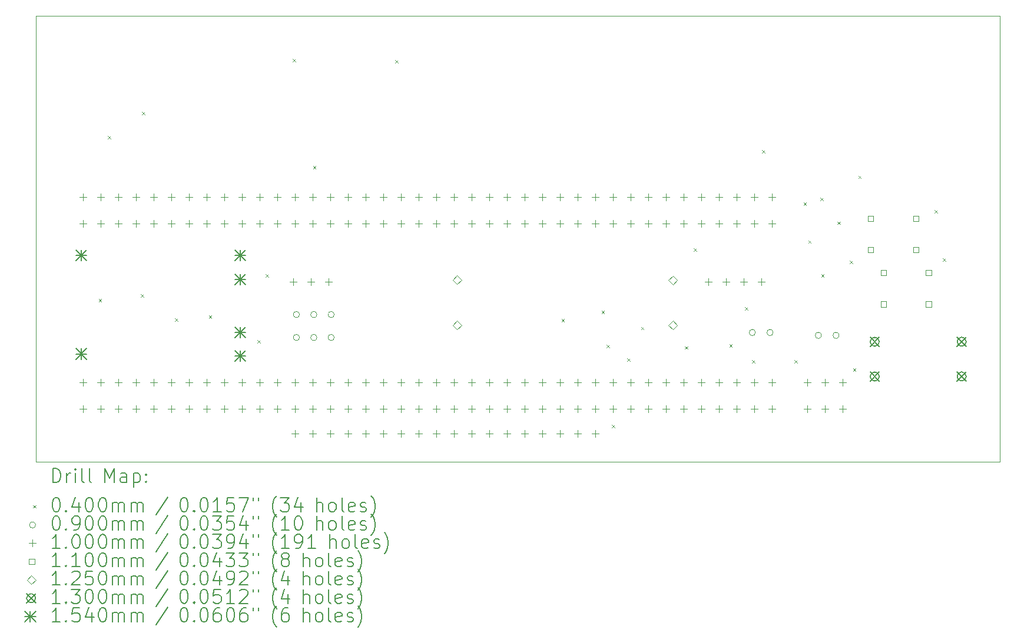
<source format=gbr>
%TF.GenerationSoftware,KiCad,Pcbnew,(7.99.0-200-gad838e3d73)*%
%TF.CreationDate,2024-03-15T16:28:44+07:00*%
%TF.ProjectId,WMS,574d532e-6b69-4636-9164-5f7063625858,rev?*%
%TF.SameCoordinates,Original*%
%TF.FileFunction,Drillmap*%
%TF.FilePolarity,Positive*%
%FSLAX45Y45*%
G04 Gerber Fmt 4.5, Leading zero omitted, Abs format (unit mm)*
G04 Created by KiCad (PCBNEW (7.99.0-200-gad838e3d73)) date 2024-03-15 16:28:44*
%MOMM*%
%LPD*%
G01*
G04 APERTURE LIST*
%ADD10C,0.100000*%
%ADD11C,0.200000*%
%ADD12C,0.040000*%
%ADD13C,0.090000*%
%ADD14C,0.110000*%
%ADD15C,0.125000*%
%ADD16C,0.130000*%
%ADD17C,0.154000*%
G04 APERTURE END LIST*
D10*
X6845300Y-5189220D02*
X20701000Y-5189220D01*
X20701000Y-5189220D02*
X20701000Y-11607800D01*
X20701000Y-11607800D02*
X6845300Y-11607800D01*
X6845300Y-11607800D02*
X6845300Y-5189220D01*
D11*
D12*
X7747320Y-9266240D02*
X7787320Y-9306240D01*
X7787320Y-9266240D02*
X7747320Y-9306240D01*
X7876860Y-6916740D02*
X7916860Y-6956740D01*
X7916860Y-6916740D02*
X7876860Y-6956740D01*
X8351840Y-9195120D02*
X8391840Y-9235120D01*
X8391840Y-9195120D02*
X8351840Y-9235120D01*
X8372160Y-6573840D02*
X8412160Y-6613840D01*
X8412160Y-6573840D02*
X8372160Y-6613840D01*
X8844600Y-9545640D02*
X8884600Y-9585640D01*
X8884600Y-9545640D02*
X8844600Y-9585640D01*
X9329740Y-9505000D02*
X9369740Y-9545000D01*
X9369740Y-9505000D02*
X9329740Y-9545000D01*
X10028240Y-9858060D02*
X10068240Y-9898060D01*
X10068240Y-9858060D02*
X10028240Y-9898060D01*
X10150160Y-8908100D02*
X10190160Y-8948100D01*
X10190160Y-8908100D02*
X10150160Y-8948100D01*
X10538780Y-5811840D02*
X10578780Y-5851840D01*
X10578780Y-5811840D02*
X10538780Y-5851840D01*
X10828340Y-7351080D02*
X10868340Y-7391080D01*
X10868340Y-7351080D02*
X10828340Y-7391080D01*
X12011980Y-5829620D02*
X12051980Y-5869620D01*
X12051980Y-5829620D02*
X12011980Y-5869620D01*
X14402120Y-9555800D02*
X14442120Y-9595800D01*
X14442120Y-9555800D02*
X14402120Y-9595800D01*
X14978700Y-9433880D02*
X15018700Y-9473880D01*
X15018700Y-9433880D02*
X14978700Y-9473880D01*
X15052360Y-9926640D02*
X15092360Y-9966640D01*
X15092360Y-9926640D02*
X15052360Y-9966640D01*
X15123480Y-11079800D02*
X15163480Y-11119800D01*
X15163480Y-11079800D02*
X15123480Y-11119800D01*
X15344460Y-10122220D02*
X15384460Y-10162220D01*
X15384460Y-10122220D02*
X15344460Y-10162220D01*
X15545120Y-9667560D02*
X15585120Y-9707560D01*
X15585120Y-9667560D02*
X15545120Y-9707560D01*
X16175040Y-9946960D02*
X16215040Y-9986960D01*
X16215040Y-9946960D02*
X16175040Y-9986960D01*
X16304580Y-8534720D02*
X16344580Y-8574720D01*
X16344580Y-8534720D02*
X16304580Y-8574720D01*
X16815120Y-9916480D02*
X16855120Y-9956480D01*
X16855120Y-9916480D02*
X16815120Y-9956480D01*
X17038640Y-9383080D02*
X17078640Y-9423080D01*
X17078640Y-9383080D02*
X17038640Y-9423080D01*
X17140240Y-10142540D02*
X17180240Y-10182540D01*
X17180240Y-10142540D02*
X17140240Y-10182540D01*
X17287560Y-7122480D02*
X17327560Y-7162480D01*
X17327560Y-7122480D02*
X17287560Y-7162480D01*
X17752380Y-10145080D02*
X17792380Y-10185080D01*
X17792380Y-10145080D02*
X17752380Y-10185080D01*
X17881920Y-7876860D02*
X17921920Y-7916860D01*
X17921920Y-7876860D02*
X17881920Y-7916860D01*
X17950500Y-8422960D02*
X17990500Y-8462960D01*
X17990500Y-8422960D02*
X17950500Y-8462960D01*
X18120680Y-7808280D02*
X18160680Y-7848280D01*
X18160680Y-7808280D02*
X18120680Y-7848280D01*
X18135920Y-8910640D02*
X18175920Y-8950640D01*
X18175920Y-8910640D02*
X18135920Y-8950640D01*
X18367060Y-8151180D02*
X18407060Y-8191180D01*
X18407060Y-8151180D02*
X18367060Y-8191180D01*
X18544860Y-8715060D02*
X18584860Y-8755060D01*
X18584860Y-8715060D02*
X18544860Y-8755060D01*
X18593120Y-10267000D02*
X18633120Y-10307000D01*
X18633120Y-10267000D02*
X18593120Y-10307000D01*
X18669320Y-7490780D02*
X18709320Y-7530780D01*
X18709320Y-7490780D02*
X18669320Y-7530780D01*
X19766600Y-7988620D02*
X19806600Y-8028620D01*
X19806600Y-7988620D02*
X19766600Y-8028620D01*
X19885980Y-8679500D02*
X19925980Y-8719500D01*
X19925980Y-8679500D02*
X19885980Y-8719500D01*
D13*
X10634640Y-9489640D02*
G75*
G03*
X10634640Y-9489640I-45000J0D01*
G01*
X10634640Y-9819640D02*
G75*
G03*
X10634640Y-9819640I-45000J0D01*
G01*
X10884640Y-9489640D02*
G75*
G03*
X10884640Y-9489640I-45000J0D01*
G01*
X10884640Y-9819640D02*
G75*
G03*
X10884640Y-9819640I-45000J0D01*
G01*
X11134640Y-9489640D02*
G75*
G03*
X11134640Y-9489640I-45000J0D01*
G01*
X11134640Y-9819640D02*
G75*
G03*
X11134640Y-9819640I-45000J0D01*
G01*
X17190000Y-9748520D02*
G75*
G03*
X17190000Y-9748520I-45000J0D01*
G01*
X17444000Y-9748520D02*
G75*
G03*
X17444000Y-9748520I-45000J0D01*
G01*
X18139460Y-9789160D02*
G75*
G03*
X18139460Y-9789160I-45000J0D01*
G01*
X18393460Y-9789160D02*
G75*
G03*
X18393460Y-9789160I-45000J0D01*
G01*
D10*
X7518400Y-7747800D02*
X7518400Y-7847800D01*
X7468400Y-7797800D02*
X7568400Y-7797800D01*
X7518400Y-8128800D02*
X7518400Y-8228800D01*
X7468400Y-8178800D02*
X7568400Y-8178800D01*
X7518400Y-10414800D02*
X7518400Y-10514800D01*
X7468400Y-10464800D02*
X7568400Y-10464800D01*
X7518400Y-10795800D02*
X7518400Y-10895800D01*
X7468400Y-10845800D02*
X7568400Y-10845800D01*
X7772400Y-7747800D02*
X7772400Y-7847800D01*
X7722400Y-7797800D02*
X7822400Y-7797800D01*
X7772400Y-8128800D02*
X7772400Y-8228800D01*
X7722400Y-8178800D02*
X7822400Y-8178800D01*
X7772400Y-10414800D02*
X7772400Y-10514800D01*
X7722400Y-10464800D02*
X7822400Y-10464800D01*
X7772400Y-10795800D02*
X7772400Y-10895800D01*
X7722400Y-10845800D02*
X7822400Y-10845800D01*
X8026400Y-7747800D02*
X8026400Y-7847800D01*
X7976400Y-7797800D02*
X8076400Y-7797800D01*
X8026400Y-8128800D02*
X8026400Y-8228800D01*
X7976400Y-8178800D02*
X8076400Y-8178800D01*
X8026400Y-10414800D02*
X8026400Y-10514800D01*
X7976400Y-10464800D02*
X8076400Y-10464800D01*
X8026400Y-10795800D02*
X8026400Y-10895800D01*
X7976400Y-10845800D02*
X8076400Y-10845800D01*
X8280400Y-7747800D02*
X8280400Y-7847800D01*
X8230400Y-7797800D02*
X8330400Y-7797800D01*
X8280400Y-8128800D02*
X8280400Y-8228800D01*
X8230400Y-8178800D02*
X8330400Y-8178800D01*
X8280400Y-10414800D02*
X8280400Y-10514800D01*
X8230400Y-10464800D02*
X8330400Y-10464800D01*
X8280400Y-10795800D02*
X8280400Y-10895800D01*
X8230400Y-10845800D02*
X8330400Y-10845800D01*
X8534400Y-7747800D02*
X8534400Y-7847800D01*
X8484400Y-7797800D02*
X8584400Y-7797800D01*
X8534400Y-8128800D02*
X8534400Y-8228800D01*
X8484400Y-8178800D02*
X8584400Y-8178800D01*
X8534400Y-10414800D02*
X8534400Y-10514800D01*
X8484400Y-10464800D02*
X8584400Y-10464800D01*
X8534400Y-10795800D02*
X8534400Y-10895800D01*
X8484400Y-10845800D02*
X8584400Y-10845800D01*
X8788400Y-7747800D02*
X8788400Y-7847800D01*
X8738400Y-7797800D02*
X8838400Y-7797800D01*
X8788400Y-8128800D02*
X8788400Y-8228800D01*
X8738400Y-8178800D02*
X8838400Y-8178800D01*
X8788400Y-10414800D02*
X8788400Y-10514800D01*
X8738400Y-10464800D02*
X8838400Y-10464800D01*
X8788400Y-10795800D02*
X8788400Y-10895800D01*
X8738400Y-10845800D02*
X8838400Y-10845800D01*
X9042400Y-7747800D02*
X9042400Y-7847800D01*
X8992400Y-7797800D02*
X9092400Y-7797800D01*
X9042400Y-8128800D02*
X9042400Y-8228800D01*
X8992400Y-8178800D02*
X9092400Y-8178800D01*
X9042400Y-10414800D02*
X9042400Y-10514800D01*
X8992400Y-10464800D02*
X9092400Y-10464800D01*
X9042400Y-10795800D02*
X9042400Y-10895800D01*
X8992400Y-10845800D02*
X9092400Y-10845800D01*
X9296400Y-7747800D02*
X9296400Y-7847800D01*
X9246400Y-7797800D02*
X9346400Y-7797800D01*
X9296400Y-8128800D02*
X9296400Y-8228800D01*
X9246400Y-8178800D02*
X9346400Y-8178800D01*
X9296400Y-10414800D02*
X9296400Y-10514800D01*
X9246400Y-10464800D02*
X9346400Y-10464800D01*
X9296400Y-10795800D02*
X9296400Y-10895800D01*
X9246400Y-10845800D02*
X9346400Y-10845800D01*
X9550400Y-7747800D02*
X9550400Y-7847800D01*
X9500400Y-7797800D02*
X9600400Y-7797800D01*
X9550400Y-8128800D02*
X9550400Y-8228800D01*
X9500400Y-8178800D02*
X9600400Y-8178800D01*
X9550400Y-10414800D02*
X9550400Y-10514800D01*
X9500400Y-10464800D02*
X9600400Y-10464800D01*
X9550400Y-10795800D02*
X9550400Y-10895800D01*
X9500400Y-10845800D02*
X9600400Y-10845800D01*
X9804400Y-7747800D02*
X9804400Y-7847800D01*
X9754400Y-7797800D02*
X9854400Y-7797800D01*
X9804400Y-8128800D02*
X9804400Y-8228800D01*
X9754400Y-8178800D02*
X9854400Y-8178800D01*
X9804400Y-10414800D02*
X9804400Y-10514800D01*
X9754400Y-10464800D02*
X9854400Y-10464800D01*
X9804400Y-10795800D02*
X9804400Y-10895800D01*
X9754400Y-10845800D02*
X9854400Y-10845800D01*
X10058400Y-7747800D02*
X10058400Y-7847800D01*
X10008400Y-7797800D02*
X10108400Y-7797800D01*
X10058400Y-8128800D02*
X10058400Y-8228800D01*
X10008400Y-8178800D02*
X10108400Y-8178800D01*
X10058400Y-10414800D02*
X10058400Y-10514800D01*
X10008400Y-10464800D02*
X10108400Y-10464800D01*
X10058400Y-10795800D02*
X10058400Y-10895800D01*
X10008400Y-10845800D02*
X10108400Y-10845800D01*
X10312400Y-7747800D02*
X10312400Y-7847800D01*
X10262400Y-7797800D02*
X10362400Y-7797800D01*
X10312400Y-8128800D02*
X10312400Y-8228800D01*
X10262400Y-8178800D02*
X10362400Y-8178800D01*
X10312400Y-10414800D02*
X10312400Y-10514800D01*
X10262400Y-10464800D02*
X10362400Y-10464800D01*
X10312400Y-10795800D02*
X10312400Y-10895800D01*
X10262400Y-10845800D02*
X10362400Y-10845800D01*
X10541000Y-8967000D02*
X10541000Y-9067000D01*
X10491000Y-9017000D02*
X10591000Y-9017000D01*
X10566400Y-7747800D02*
X10566400Y-7847800D01*
X10516400Y-7797800D02*
X10616400Y-7797800D01*
X10566400Y-8128800D02*
X10566400Y-8228800D01*
X10516400Y-8178800D02*
X10616400Y-8178800D01*
X10566400Y-10414800D02*
X10566400Y-10514800D01*
X10516400Y-10464800D02*
X10616400Y-10464800D01*
X10566400Y-10795800D02*
X10566400Y-10895800D01*
X10516400Y-10845800D02*
X10616400Y-10845800D01*
X10566400Y-11151400D02*
X10566400Y-11251400D01*
X10516400Y-11201400D02*
X10616400Y-11201400D01*
X10795000Y-8967000D02*
X10795000Y-9067000D01*
X10745000Y-9017000D02*
X10845000Y-9017000D01*
X10820400Y-7747800D02*
X10820400Y-7847800D01*
X10770400Y-7797800D02*
X10870400Y-7797800D01*
X10820400Y-8128800D02*
X10820400Y-8228800D01*
X10770400Y-8178800D02*
X10870400Y-8178800D01*
X10820400Y-10414800D02*
X10820400Y-10514800D01*
X10770400Y-10464800D02*
X10870400Y-10464800D01*
X10820400Y-10795800D02*
X10820400Y-10895800D01*
X10770400Y-10845800D02*
X10870400Y-10845800D01*
X10820400Y-11151400D02*
X10820400Y-11251400D01*
X10770400Y-11201400D02*
X10870400Y-11201400D01*
X11049000Y-8967000D02*
X11049000Y-9067000D01*
X10999000Y-9017000D02*
X11099000Y-9017000D01*
X11074400Y-7747800D02*
X11074400Y-7847800D01*
X11024400Y-7797800D02*
X11124400Y-7797800D01*
X11074400Y-8128800D02*
X11074400Y-8228800D01*
X11024400Y-8178800D02*
X11124400Y-8178800D01*
X11074400Y-10414800D02*
X11074400Y-10514800D01*
X11024400Y-10464800D02*
X11124400Y-10464800D01*
X11074400Y-10795800D02*
X11074400Y-10895800D01*
X11024400Y-10845800D02*
X11124400Y-10845800D01*
X11074400Y-11151400D02*
X11074400Y-11251400D01*
X11024400Y-11201400D02*
X11124400Y-11201400D01*
X11328400Y-7747800D02*
X11328400Y-7847800D01*
X11278400Y-7797800D02*
X11378400Y-7797800D01*
X11328400Y-8128800D02*
X11328400Y-8228800D01*
X11278400Y-8178800D02*
X11378400Y-8178800D01*
X11328400Y-10414800D02*
X11328400Y-10514800D01*
X11278400Y-10464800D02*
X11378400Y-10464800D01*
X11328400Y-10795800D02*
X11328400Y-10895800D01*
X11278400Y-10845800D02*
X11378400Y-10845800D01*
X11328400Y-11151400D02*
X11328400Y-11251400D01*
X11278400Y-11201400D02*
X11378400Y-11201400D01*
X11582400Y-7747800D02*
X11582400Y-7847800D01*
X11532400Y-7797800D02*
X11632400Y-7797800D01*
X11582400Y-8128800D02*
X11582400Y-8228800D01*
X11532400Y-8178800D02*
X11632400Y-8178800D01*
X11582400Y-10414800D02*
X11582400Y-10514800D01*
X11532400Y-10464800D02*
X11632400Y-10464800D01*
X11582400Y-10795800D02*
X11582400Y-10895800D01*
X11532400Y-10845800D02*
X11632400Y-10845800D01*
X11582400Y-11151400D02*
X11582400Y-11251400D01*
X11532400Y-11201400D02*
X11632400Y-11201400D01*
X11836400Y-7747800D02*
X11836400Y-7847800D01*
X11786400Y-7797800D02*
X11886400Y-7797800D01*
X11836400Y-8128800D02*
X11836400Y-8228800D01*
X11786400Y-8178800D02*
X11886400Y-8178800D01*
X11836400Y-10414800D02*
X11836400Y-10514800D01*
X11786400Y-10464800D02*
X11886400Y-10464800D01*
X11836400Y-10795800D02*
X11836400Y-10895800D01*
X11786400Y-10845800D02*
X11886400Y-10845800D01*
X11836400Y-11151400D02*
X11836400Y-11251400D01*
X11786400Y-11201400D02*
X11886400Y-11201400D01*
X12090400Y-7747800D02*
X12090400Y-7847800D01*
X12040400Y-7797800D02*
X12140400Y-7797800D01*
X12090400Y-8128800D02*
X12090400Y-8228800D01*
X12040400Y-8178800D02*
X12140400Y-8178800D01*
X12090400Y-10414800D02*
X12090400Y-10514800D01*
X12040400Y-10464800D02*
X12140400Y-10464800D01*
X12090400Y-10795800D02*
X12090400Y-10895800D01*
X12040400Y-10845800D02*
X12140400Y-10845800D01*
X12090400Y-11151400D02*
X12090400Y-11251400D01*
X12040400Y-11201400D02*
X12140400Y-11201400D01*
X12344400Y-7747800D02*
X12344400Y-7847800D01*
X12294400Y-7797800D02*
X12394400Y-7797800D01*
X12344400Y-8128800D02*
X12344400Y-8228800D01*
X12294400Y-8178800D02*
X12394400Y-8178800D01*
X12344400Y-10414800D02*
X12344400Y-10514800D01*
X12294400Y-10464800D02*
X12394400Y-10464800D01*
X12344400Y-10795800D02*
X12344400Y-10895800D01*
X12294400Y-10845800D02*
X12394400Y-10845800D01*
X12344400Y-11151400D02*
X12344400Y-11251400D01*
X12294400Y-11201400D02*
X12394400Y-11201400D01*
X12598400Y-7747800D02*
X12598400Y-7847800D01*
X12548400Y-7797800D02*
X12648400Y-7797800D01*
X12598400Y-8128800D02*
X12598400Y-8228800D01*
X12548400Y-8178800D02*
X12648400Y-8178800D01*
X12598400Y-10414800D02*
X12598400Y-10514800D01*
X12548400Y-10464800D02*
X12648400Y-10464800D01*
X12598400Y-10795800D02*
X12598400Y-10895800D01*
X12548400Y-10845800D02*
X12648400Y-10845800D01*
X12598400Y-11151400D02*
X12598400Y-11251400D01*
X12548400Y-11201400D02*
X12648400Y-11201400D01*
X12852400Y-7747800D02*
X12852400Y-7847800D01*
X12802400Y-7797800D02*
X12902400Y-7797800D01*
X12852400Y-8128800D02*
X12852400Y-8228800D01*
X12802400Y-8178800D02*
X12902400Y-8178800D01*
X12852400Y-10414800D02*
X12852400Y-10514800D01*
X12802400Y-10464800D02*
X12902400Y-10464800D01*
X12852400Y-10795800D02*
X12852400Y-10895800D01*
X12802400Y-10845800D02*
X12902400Y-10845800D01*
X12852400Y-11151400D02*
X12852400Y-11251400D01*
X12802400Y-11201400D02*
X12902400Y-11201400D01*
X13106400Y-7747800D02*
X13106400Y-7847800D01*
X13056400Y-7797800D02*
X13156400Y-7797800D01*
X13106400Y-8128800D02*
X13106400Y-8228800D01*
X13056400Y-8178800D02*
X13156400Y-8178800D01*
X13106400Y-10414800D02*
X13106400Y-10514800D01*
X13056400Y-10464800D02*
X13156400Y-10464800D01*
X13106400Y-10795800D02*
X13106400Y-10895800D01*
X13056400Y-10845800D02*
X13156400Y-10845800D01*
X13106400Y-11151400D02*
X13106400Y-11251400D01*
X13056400Y-11201400D02*
X13156400Y-11201400D01*
X13360400Y-7747800D02*
X13360400Y-7847800D01*
X13310400Y-7797800D02*
X13410400Y-7797800D01*
X13360400Y-8128800D02*
X13360400Y-8228800D01*
X13310400Y-8178800D02*
X13410400Y-8178800D01*
X13360400Y-10414800D02*
X13360400Y-10514800D01*
X13310400Y-10464800D02*
X13410400Y-10464800D01*
X13360400Y-10795800D02*
X13360400Y-10895800D01*
X13310400Y-10845800D02*
X13410400Y-10845800D01*
X13360400Y-11151400D02*
X13360400Y-11251400D01*
X13310400Y-11201400D02*
X13410400Y-11201400D01*
X13614400Y-7747800D02*
X13614400Y-7847800D01*
X13564400Y-7797800D02*
X13664400Y-7797800D01*
X13614400Y-8128800D02*
X13614400Y-8228800D01*
X13564400Y-8178800D02*
X13664400Y-8178800D01*
X13614400Y-10414800D02*
X13614400Y-10514800D01*
X13564400Y-10464800D02*
X13664400Y-10464800D01*
X13614400Y-10795800D02*
X13614400Y-10895800D01*
X13564400Y-10845800D02*
X13664400Y-10845800D01*
X13614400Y-11151400D02*
X13614400Y-11251400D01*
X13564400Y-11201400D02*
X13664400Y-11201400D01*
X13868400Y-7747800D02*
X13868400Y-7847800D01*
X13818400Y-7797800D02*
X13918400Y-7797800D01*
X13868400Y-8128800D02*
X13868400Y-8228800D01*
X13818400Y-8178800D02*
X13918400Y-8178800D01*
X13868400Y-10414800D02*
X13868400Y-10514800D01*
X13818400Y-10464800D02*
X13918400Y-10464800D01*
X13868400Y-10795800D02*
X13868400Y-10895800D01*
X13818400Y-10845800D02*
X13918400Y-10845800D01*
X13868400Y-11151400D02*
X13868400Y-11251400D01*
X13818400Y-11201400D02*
X13918400Y-11201400D01*
X14122400Y-7747800D02*
X14122400Y-7847800D01*
X14072400Y-7797800D02*
X14172400Y-7797800D01*
X14122400Y-8128800D02*
X14122400Y-8228800D01*
X14072400Y-8178800D02*
X14172400Y-8178800D01*
X14122400Y-10414800D02*
X14122400Y-10514800D01*
X14072400Y-10464800D02*
X14172400Y-10464800D01*
X14122400Y-10795800D02*
X14122400Y-10895800D01*
X14072400Y-10845800D02*
X14172400Y-10845800D01*
X14122400Y-11151400D02*
X14122400Y-11251400D01*
X14072400Y-11201400D02*
X14172400Y-11201400D01*
X14376400Y-7747800D02*
X14376400Y-7847800D01*
X14326400Y-7797800D02*
X14426400Y-7797800D01*
X14376400Y-8128800D02*
X14376400Y-8228800D01*
X14326400Y-8178800D02*
X14426400Y-8178800D01*
X14376400Y-10414800D02*
X14376400Y-10514800D01*
X14326400Y-10464800D02*
X14426400Y-10464800D01*
X14376400Y-10795800D02*
X14376400Y-10895800D01*
X14326400Y-10845800D02*
X14426400Y-10845800D01*
X14376400Y-11151400D02*
X14376400Y-11251400D01*
X14326400Y-11201400D02*
X14426400Y-11201400D01*
X14630400Y-7747800D02*
X14630400Y-7847800D01*
X14580400Y-7797800D02*
X14680400Y-7797800D01*
X14630400Y-8128800D02*
X14630400Y-8228800D01*
X14580400Y-8178800D02*
X14680400Y-8178800D01*
X14630400Y-10414800D02*
X14630400Y-10514800D01*
X14580400Y-10464800D02*
X14680400Y-10464800D01*
X14630400Y-10795800D02*
X14630400Y-10895800D01*
X14580400Y-10845800D02*
X14680400Y-10845800D01*
X14630400Y-11151400D02*
X14630400Y-11251400D01*
X14580400Y-11201400D02*
X14680400Y-11201400D01*
X14884400Y-7747800D02*
X14884400Y-7847800D01*
X14834400Y-7797800D02*
X14934400Y-7797800D01*
X14884400Y-8128800D02*
X14884400Y-8228800D01*
X14834400Y-8178800D02*
X14934400Y-8178800D01*
X14884400Y-10414800D02*
X14884400Y-10514800D01*
X14834400Y-10464800D02*
X14934400Y-10464800D01*
X14884400Y-10795800D02*
X14884400Y-10895800D01*
X14834400Y-10845800D02*
X14934400Y-10845800D01*
X14884400Y-11151400D02*
X14884400Y-11251400D01*
X14834400Y-11201400D02*
X14934400Y-11201400D01*
X15138400Y-7747800D02*
X15138400Y-7847800D01*
X15088400Y-7797800D02*
X15188400Y-7797800D01*
X15138400Y-8128800D02*
X15138400Y-8228800D01*
X15088400Y-8178800D02*
X15188400Y-8178800D01*
X15138400Y-10414800D02*
X15138400Y-10514800D01*
X15088400Y-10464800D02*
X15188400Y-10464800D01*
X15138400Y-10795800D02*
X15138400Y-10895800D01*
X15088400Y-10845800D02*
X15188400Y-10845800D01*
X15392400Y-7747800D02*
X15392400Y-7847800D01*
X15342400Y-7797800D02*
X15442400Y-7797800D01*
X15392400Y-8128800D02*
X15392400Y-8228800D01*
X15342400Y-8178800D02*
X15442400Y-8178800D01*
X15392400Y-10414800D02*
X15392400Y-10514800D01*
X15342400Y-10464800D02*
X15442400Y-10464800D01*
X15392400Y-10795800D02*
X15392400Y-10895800D01*
X15342400Y-10845800D02*
X15442400Y-10845800D01*
X15646400Y-7747800D02*
X15646400Y-7847800D01*
X15596400Y-7797800D02*
X15696400Y-7797800D01*
X15646400Y-8128800D02*
X15646400Y-8228800D01*
X15596400Y-8178800D02*
X15696400Y-8178800D01*
X15646400Y-10414800D02*
X15646400Y-10514800D01*
X15596400Y-10464800D02*
X15696400Y-10464800D01*
X15646400Y-10795800D02*
X15646400Y-10895800D01*
X15596400Y-10845800D02*
X15696400Y-10845800D01*
X15900400Y-7747800D02*
X15900400Y-7847800D01*
X15850400Y-7797800D02*
X15950400Y-7797800D01*
X15900400Y-8128800D02*
X15900400Y-8228800D01*
X15850400Y-8178800D02*
X15950400Y-8178800D01*
X15900400Y-10414800D02*
X15900400Y-10514800D01*
X15850400Y-10464800D02*
X15950400Y-10464800D01*
X15900400Y-10795800D02*
X15900400Y-10895800D01*
X15850400Y-10845800D02*
X15950400Y-10845800D01*
X16154400Y-7747800D02*
X16154400Y-7847800D01*
X16104400Y-7797800D02*
X16204400Y-7797800D01*
X16154400Y-8128800D02*
X16154400Y-8228800D01*
X16104400Y-8178800D02*
X16204400Y-8178800D01*
X16154400Y-10414800D02*
X16154400Y-10514800D01*
X16104400Y-10464800D02*
X16204400Y-10464800D01*
X16154400Y-10795800D02*
X16154400Y-10895800D01*
X16104400Y-10845800D02*
X16204400Y-10845800D01*
X16408400Y-7747800D02*
X16408400Y-7847800D01*
X16358400Y-7797800D02*
X16458400Y-7797800D01*
X16408400Y-8128800D02*
X16408400Y-8228800D01*
X16358400Y-8178800D02*
X16458400Y-8178800D01*
X16408400Y-10414800D02*
X16408400Y-10514800D01*
X16358400Y-10464800D02*
X16458400Y-10464800D01*
X16408400Y-10795800D02*
X16408400Y-10895800D01*
X16358400Y-10845800D02*
X16458400Y-10845800D01*
X16510000Y-8967000D02*
X16510000Y-9067000D01*
X16460000Y-9017000D02*
X16560000Y-9017000D01*
X16662400Y-7747800D02*
X16662400Y-7847800D01*
X16612400Y-7797800D02*
X16712400Y-7797800D01*
X16662400Y-8128800D02*
X16662400Y-8228800D01*
X16612400Y-8178800D02*
X16712400Y-8178800D01*
X16662400Y-10414800D02*
X16662400Y-10514800D01*
X16612400Y-10464800D02*
X16712400Y-10464800D01*
X16662400Y-10795800D02*
X16662400Y-10895800D01*
X16612400Y-10845800D02*
X16712400Y-10845800D01*
X16764000Y-8967000D02*
X16764000Y-9067000D01*
X16714000Y-9017000D02*
X16814000Y-9017000D01*
X16916400Y-7747800D02*
X16916400Y-7847800D01*
X16866400Y-7797800D02*
X16966400Y-7797800D01*
X16916400Y-8128800D02*
X16916400Y-8228800D01*
X16866400Y-8178800D02*
X16966400Y-8178800D01*
X16916400Y-10414800D02*
X16916400Y-10514800D01*
X16866400Y-10464800D02*
X16966400Y-10464800D01*
X16916400Y-10795800D02*
X16916400Y-10895800D01*
X16866400Y-10845800D02*
X16966400Y-10845800D01*
X17018000Y-8967000D02*
X17018000Y-9067000D01*
X16968000Y-9017000D02*
X17068000Y-9017000D01*
X17170400Y-7747800D02*
X17170400Y-7847800D01*
X17120400Y-7797800D02*
X17220400Y-7797800D01*
X17170400Y-8128800D02*
X17170400Y-8228800D01*
X17120400Y-8178800D02*
X17220400Y-8178800D01*
X17170400Y-10414800D02*
X17170400Y-10514800D01*
X17120400Y-10464800D02*
X17220400Y-10464800D01*
X17170400Y-10795800D02*
X17170400Y-10895800D01*
X17120400Y-10845800D02*
X17220400Y-10845800D01*
X17272000Y-8967000D02*
X17272000Y-9067000D01*
X17222000Y-9017000D02*
X17322000Y-9017000D01*
X17424400Y-7747800D02*
X17424400Y-7847800D01*
X17374400Y-7797800D02*
X17474400Y-7797800D01*
X17424400Y-8128800D02*
X17424400Y-8228800D01*
X17374400Y-8178800D02*
X17474400Y-8178800D01*
X17424400Y-10414800D02*
X17424400Y-10514800D01*
X17374400Y-10464800D02*
X17474400Y-10464800D01*
X17424400Y-10795800D02*
X17424400Y-10895800D01*
X17374400Y-10845800D02*
X17474400Y-10845800D01*
X17932400Y-10414800D02*
X17932400Y-10514800D01*
X17882400Y-10464800D02*
X17982400Y-10464800D01*
X17932400Y-10795800D02*
X17932400Y-10895800D01*
X17882400Y-10845800D02*
X17982400Y-10845800D01*
X18186400Y-10414800D02*
X18186400Y-10514800D01*
X18136400Y-10464800D02*
X18236400Y-10464800D01*
X18186400Y-10795800D02*
X18186400Y-10895800D01*
X18136400Y-10845800D02*
X18236400Y-10845800D01*
X18440400Y-10414800D02*
X18440400Y-10514800D01*
X18390400Y-10464800D02*
X18490400Y-10464800D01*
X18440400Y-10795800D02*
X18440400Y-10895800D01*
X18390400Y-10845800D02*
X18490400Y-10845800D01*
D14*
X18883391Y-8146151D02*
X18883391Y-8068369D01*
X18805609Y-8068369D01*
X18805609Y-8146151D01*
X18883391Y-8146151D01*
X18883391Y-8596151D02*
X18883391Y-8518369D01*
X18805609Y-8518369D01*
X18805609Y-8596151D01*
X18883391Y-8596151D01*
X19068811Y-8928471D02*
X19068811Y-8850689D01*
X18991029Y-8850689D01*
X18991029Y-8928471D01*
X19068811Y-8928471D01*
X19068811Y-9378471D02*
X19068811Y-9300689D01*
X18991029Y-9300689D01*
X18991029Y-9378471D01*
X19068811Y-9378471D01*
X19533391Y-8146151D02*
X19533391Y-8068369D01*
X19455609Y-8068369D01*
X19455609Y-8146151D01*
X19533391Y-8146151D01*
X19533391Y-8596151D02*
X19533391Y-8518369D01*
X19455609Y-8518369D01*
X19455609Y-8596151D01*
X19533391Y-8596151D01*
X19718811Y-8928471D02*
X19718811Y-8850689D01*
X19641029Y-8850689D01*
X19641029Y-8928471D01*
X19718811Y-8928471D01*
X19718811Y-9378471D02*
X19718811Y-9300689D01*
X19641029Y-9300689D01*
X19641029Y-9378471D01*
X19718811Y-9378471D01*
D15*
X12902000Y-9054100D02*
X12964500Y-8991600D01*
X12902000Y-8929100D01*
X12839500Y-8991600D01*
X12902000Y-9054100D01*
X12902000Y-9704100D02*
X12964500Y-9641600D01*
X12902000Y-9579100D01*
X12839500Y-9641600D01*
X12902000Y-9704100D01*
X16002000Y-9059100D02*
X16064500Y-8996600D01*
X16002000Y-8934100D01*
X15939500Y-8996600D01*
X16002000Y-9059100D01*
X16002000Y-9704100D02*
X16064500Y-9641600D01*
X16002000Y-9579100D01*
X15939500Y-9641600D01*
X16002000Y-9704100D01*
D16*
X18839900Y-9815980D02*
X18969900Y-9945980D01*
X18969900Y-9815980D02*
X18839900Y-9945980D01*
X18969900Y-9880980D02*
G75*
G03*
X18969900Y-9880980I-65000J0D01*
G01*
X18839900Y-10315980D02*
X18969900Y-10445980D01*
X18969900Y-10315980D02*
X18839900Y-10445980D01*
X18969900Y-10380980D02*
G75*
G03*
X18969900Y-10380980I-65000J0D01*
G01*
X20089900Y-9815980D02*
X20219900Y-9945980D01*
X20219900Y-9815980D02*
X20089900Y-9945980D01*
X20219900Y-9880980D02*
G75*
G03*
X20219900Y-9880980I-65000J0D01*
G01*
X20089900Y-10315980D02*
X20219900Y-10445980D01*
X20219900Y-10315980D02*
X20089900Y-10445980D01*
X20219900Y-10380980D02*
G75*
G03*
X20219900Y-10380980I-65000J0D01*
G01*
D17*
X7416000Y-8559000D02*
X7570000Y-8713000D01*
X7570000Y-8559000D02*
X7416000Y-8713000D01*
X7493000Y-8559000D02*
X7493000Y-8713000D01*
X7416000Y-8636000D02*
X7570000Y-8636000D01*
X7416000Y-9979000D02*
X7570000Y-10133000D01*
X7570000Y-9979000D02*
X7416000Y-10133000D01*
X7493000Y-9979000D02*
X7493000Y-10133000D01*
X7416000Y-10056000D02*
X7570000Y-10056000D01*
X9706000Y-8559000D02*
X9860000Y-8713000D01*
X9860000Y-8559000D02*
X9706000Y-8713000D01*
X9783000Y-8559000D02*
X9783000Y-8713000D01*
X9706000Y-8636000D02*
X9860000Y-8636000D01*
X9706000Y-8909000D02*
X9860000Y-9063000D01*
X9860000Y-8909000D02*
X9706000Y-9063000D01*
X9783000Y-8909000D02*
X9783000Y-9063000D01*
X9706000Y-8986000D02*
X9860000Y-8986000D01*
X9706000Y-9669000D02*
X9860000Y-9823000D01*
X9860000Y-9669000D02*
X9706000Y-9823000D01*
X9783000Y-9669000D02*
X9783000Y-9823000D01*
X9706000Y-9746000D02*
X9860000Y-9746000D01*
X9706000Y-10009000D02*
X9860000Y-10163000D01*
X9860000Y-10009000D02*
X9706000Y-10163000D01*
X9783000Y-10009000D02*
X9783000Y-10163000D01*
X9706000Y-10086000D02*
X9860000Y-10086000D01*
D11*
X7087919Y-11906276D02*
X7087919Y-11706276D01*
X7087919Y-11706276D02*
X7135538Y-11706276D01*
X7135538Y-11706276D02*
X7164109Y-11715800D01*
X7164109Y-11715800D02*
X7183157Y-11734848D01*
X7183157Y-11734848D02*
X7192681Y-11753895D01*
X7192681Y-11753895D02*
X7202205Y-11791990D01*
X7202205Y-11791990D02*
X7202205Y-11820562D01*
X7202205Y-11820562D02*
X7192681Y-11858657D01*
X7192681Y-11858657D02*
X7183157Y-11877705D01*
X7183157Y-11877705D02*
X7164109Y-11896752D01*
X7164109Y-11896752D02*
X7135538Y-11906276D01*
X7135538Y-11906276D02*
X7087919Y-11906276D01*
X7287919Y-11906276D02*
X7287919Y-11772943D01*
X7287919Y-11811038D02*
X7297443Y-11791990D01*
X7297443Y-11791990D02*
X7306967Y-11782467D01*
X7306967Y-11782467D02*
X7326014Y-11772943D01*
X7326014Y-11772943D02*
X7345062Y-11772943D01*
X7411728Y-11906276D02*
X7411728Y-11772943D01*
X7411728Y-11706276D02*
X7402205Y-11715800D01*
X7402205Y-11715800D02*
X7411728Y-11725324D01*
X7411728Y-11725324D02*
X7421252Y-11715800D01*
X7421252Y-11715800D02*
X7411728Y-11706276D01*
X7411728Y-11706276D02*
X7411728Y-11725324D01*
X7535538Y-11906276D02*
X7516490Y-11896752D01*
X7516490Y-11896752D02*
X7506967Y-11877705D01*
X7506967Y-11877705D02*
X7506967Y-11706276D01*
X7640300Y-11906276D02*
X7621252Y-11896752D01*
X7621252Y-11896752D02*
X7611728Y-11877705D01*
X7611728Y-11877705D02*
X7611728Y-11706276D01*
X7836490Y-11906276D02*
X7836490Y-11706276D01*
X7836490Y-11706276D02*
X7903157Y-11849133D01*
X7903157Y-11849133D02*
X7969824Y-11706276D01*
X7969824Y-11706276D02*
X7969824Y-11906276D01*
X8150776Y-11906276D02*
X8150776Y-11801514D01*
X8150776Y-11801514D02*
X8141252Y-11782467D01*
X8141252Y-11782467D02*
X8122205Y-11772943D01*
X8122205Y-11772943D02*
X8084109Y-11772943D01*
X8084109Y-11772943D02*
X8065062Y-11782467D01*
X8150776Y-11896752D02*
X8131728Y-11906276D01*
X8131728Y-11906276D02*
X8084109Y-11906276D01*
X8084109Y-11906276D02*
X8065062Y-11896752D01*
X8065062Y-11896752D02*
X8055538Y-11877705D01*
X8055538Y-11877705D02*
X8055538Y-11858657D01*
X8055538Y-11858657D02*
X8065062Y-11839609D01*
X8065062Y-11839609D02*
X8084109Y-11830086D01*
X8084109Y-11830086D02*
X8131728Y-11830086D01*
X8131728Y-11830086D02*
X8150776Y-11820562D01*
X8246014Y-11772943D02*
X8246014Y-11972943D01*
X8246014Y-11782467D02*
X8265062Y-11772943D01*
X8265062Y-11772943D02*
X8303157Y-11772943D01*
X8303157Y-11772943D02*
X8322205Y-11782467D01*
X8322205Y-11782467D02*
X8331728Y-11791990D01*
X8331728Y-11791990D02*
X8341252Y-11811038D01*
X8341252Y-11811038D02*
X8341252Y-11868181D01*
X8341252Y-11868181D02*
X8331728Y-11887228D01*
X8331728Y-11887228D02*
X8322205Y-11896752D01*
X8322205Y-11896752D02*
X8303157Y-11906276D01*
X8303157Y-11906276D02*
X8265062Y-11906276D01*
X8265062Y-11906276D02*
X8246014Y-11896752D01*
X8426967Y-11887228D02*
X8436490Y-11896752D01*
X8436490Y-11896752D02*
X8426967Y-11906276D01*
X8426967Y-11906276D02*
X8417443Y-11896752D01*
X8417443Y-11896752D02*
X8426967Y-11887228D01*
X8426967Y-11887228D02*
X8426967Y-11906276D01*
X8426967Y-11782467D02*
X8436490Y-11791990D01*
X8436490Y-11791990D02*
X8426967Y-11801514D01*
X8426967Y-11801514D02*
X8417443Y-11791990D01*
X8417443Y-11791990D02*
X8426967Y-11782467D01*
X8426967Y-11782467D02*
X8426967Y-11801514D01*
D12*
X6800300Y-12232800D02*
X6840300Y-12272800D01*
X6840300Y-12232800D02*
X6800300Y-12272800D01*
D11*
X7126014Y-12126276D02*
X7145062Y-12126276D01*
X7145062Y-12126276D02*
X7164109Y-12135800D01*
X7164109Y-12135800D02*
X7173633Y-12145324D01*
X7173633Y-12145324D02*
X7183157Y-12164371D01*
X7183157Y-12164371D02*
X7192681Y-12202467D01*
X7192681Y-12202467D02*
X7192681Y-12250086D01*
X7192681Y-12250086D02*
X7183157Y-12288181D01*
X7183157Y-12288181D02*
X7173633Y-12307228D01*
X7173633Y-12307228D02*
X7164109Y-12316752D01*
X7164109Y-12316752D02*
X7145062Y-12326276D01*
X7145062Y-12326276D02*
X7126014Y-12326276D01*
X7126014Y-12326276D02*
X7106967Y-12316752D01*
X7106967Y-12316752D02*
X7097443Y-12307228D01*
X7097443Y-12307228D02*
X7087919Y-12288181D01*
X7087919Y-12288181D02*
X7078395Y-12250086D01*
X7078395Y-12250086D02*
X7078395Y-12202467D01*
X7078395Y-12202467D02*
X7087919Y-12164371D01*
X7087919Y-12164371D02*
X7097443Y-12145324D01*
X7097443Y-12145324D02*
X7106967Y-12135800D01*
X7106967Y-12135800D02*
X7126014Y-12126276D01*
X7278395Y-12307228D02*
X7287919Y-12316752D01*
X7287919Y-12316752D02*
X7278395Y-12326276D01*
X7278395Y-12326276D02*
X7268871Y-12316752D01*
X7268871Y-12316752D02*
X7278395Y-12307228D01*
X7278395Y-12307228D02*
X7278395Y-12326276D01*
X7459348Y-12192943D02*
X7459348Y-12326276D01*
X7411728Y-12116752D02*
X7364109Y-12259609D01*
X7364109Y-12259609D02*
X7487919Y-12259609D01*
X7602205Y-12126276D02*
X7621252Y-12126276D01*
X7621252Y-12126276D02*
X7640300Y-12135800D01*
X7640300Y-12135800D02*
X7649824Y-12145324D01*
X7649824Y-12145324D02*
X7659348Y-12164371D01*
X7659348Y-12164371D02*
X7668871Y-12202467D01*
X7668871Y-12202467D02*
X7668871Y-12250086D01*
X7668871Y-12250086D02*
X7659348Y-12288181D01*
X7659348Y-12288181D02*
X7649824Y-12307228D01*
X7649824Y-12307228D02*
X7640300Y-12316752D01*
X7640300Y-12316752D02*
X7621252Y-12326276D01*
X7621252Y-12326276D02*
X7602205Y-12326276D01*
X7602205Y-12326276D02*
X7583157Y-12316752D01*
X7583157Y-12316752D02*
X7573633Y-12307228D01*
X7573633Y-12307228D02*
X7564109Y-12288181D01*
X7564109Y-12288181D02*
X7554586Y-12250086D01*
X7554586Y-12250086D02*
X7554586Y-12202467D01*
X7554586Y-12202467D02*
X7564109Y-12164371D01*
X7564109Y-12164371D02*
X7573633Y-12145324D01*
X7573633Y-12145324D02*
X7583157Y-12135800D01*
X7583157Y-12135800D02*
X7602205Y-12126276D01*
X7792681Y-12126276D02*
X7811729Y-12126276D01*
X7811729Y-12126276D02*
X7830776Y-12135800D01*
X7830776Y-12135800D02*
X7840300Y-12145324D01*
X7840300Y-12145324D02*
X7849824Y-12164371D01*
X7849824Y-12164371D02*
X7859348Y-12202467D01*
X7859348Y-12202467D02*
X7859348Y-12250086D01*
X7859348Y-12250086D02*
X7849824Y-12288181D01*
X7849824Y-12288181D02*
X7840300Y-12307228D01*
X7840300Y-12307228D02*
X7830776Y-12316752D01*
X7830776Y-12316752D02*
X7811729Y-12326276D01*
X7811729Y-12326276D02*
X7792681Y-12326276D01*
X7792681Y-12326276D02*
X7773633Y-12316752D01*
X7773633Y-12316752D02*
X7764109Y-12307228D01*
X7764109Y-12307228D02*
X7754586Y-12288181D01*
X7754586Y-12288181D02*
X7745062Y-12250086D01*
X7745062Y-12250086D02*
X7745062Y-12202467D01*
X7745062Y-12202467D02*
X7754586Y-12164371D01*
X7754586Y-12164371D02*
X7764109Y-12145324D01*
X7764109Y-12145324D02*
X7773633Y-12135800D01*
X7773633Y-12135800D02*
X7792681Y-12126276D01*
X7945062Y-12326276D02*
X7945062Y-12192943D01*
X7945062Y-12211990D02*
X7954586Y-12202467D01*
X7954586Y-12202467D02*
X7973633Y-12192943D01*
X7973633Y-12192943D02*
X8002205Y-12192943D01*
X8002205Y-12192943D02*
X8021252Y-12202467D01*
X8021252Y-12202467D02*
X8030776Y-12221514D01*
X8030776Y-12221514D02*
X8030776Y-12326276D01*
X8030776Y-12221514D02*
X8040300Y-12202467D01*
X8040300Y-12202467D02*
X8059348Y-12192943D01*
X8059348Y-12192943D02*
X8087919Y-12192943D01*
X8087919Y-12192943D02*
X8106967Y-12202467D01*
X8106967Y-12202467D02*
X8116490Y-12221514D01*
X8116490Y-12221514D02*
X8116490Y-12326276D01*
X8211729Y-12326276D02*
X8211729Y-12192943D01*
X8211729Y-12211990D02*
X8221252Y-12202467D01*
X8221252Y-12202467D02*
X8240300Y-12192943D01*
X8240300Y-12192943D02*
X8268871Y-12192943D01*
X8268871Y-12192943D02*
X8287919Y-12202467D01*
X8287919Y-12202467D02*
X8297443Y-12221514D01*
X8297443Y-12221514D02*
X8297443Y-12326276D01*
X8297443Y-12221514D02*
X8306967Y-12202467D01*
X8306967Y-12202467D02*
X8326014Y-12192943D01*
X8326014Y-12192943D02*
X8354586Y-12192943D01*
X8354586Y-12192943D02*
X8373633Y-12202467D01*
X8373633Y-12202467D02*
X8383157Y-12221514D01*
X8383157Y-12221514D02*
X8383157Y-12326276D01*
X8741252Y-12116752D02*
X8569824Y-12373895D01*
X8966014Y-12126276D02*
X8985062Y-12126276D01*
X8985062Y-12126276D02*
X9004110Y-12135800D01*
X9004110Y-12135800D02*
X9013633Y-12145324D01*
X9013633Y-12145324D02*
X9023157Y-12164371D01*
X9023157Y-12164371D02*
X9032681Y-12202467D01*
X9032681Y-12202467D02*
X9032681Y-12250086D01*
X9032681Y-12250086D02*
X9023157Y-12288181D01*
X9023157Y-12288181D02*
X9013633Y-12307228D01*
X9013633Y-12307228D02*
X9004110Y-12316752D01*
X9004110Y-12316752D02*
X8985062Y-12326276D01*
X8985062Y-12326276D02*
X8966014Y-12326276D01*
X8966014Y-12326276D02*
X8946967Y-12316752D01*
X8946967Y-12316752D02*
X8937443Y-12307228D01*
X8937443Y-12307228D02*
X8927919Y-12288181D01*
X8927919Y-12288181D02*
X8918395Y-12250086D01*
X8918395Y-12250086D02*
X8918395Y-12202467D01*
X8918395Y-12202467D02*
X8927919Y-12164371D01*
X8927919Y-12164371D02*
X8937443Y-12145324D01*
X8937443Y-12145324D02*
X8946967Y-12135800D01*
X8946967Y-12135800D02*
X8966014Y-12126276D01*
X9118395Y-12307228D02*
X9127919Y-12316752D01*
X9127919Y-12316752D02*
X9118395Y-12326276D01*
X9118395Y-12326276D02*
X9108872Y-12316752D01*
X9108872Y-12316752D02*
X9118395Y-12307228D01*
X9118395Y-12307228D02*
X9118395Y-12326276D01*
X9251729Y-12126276D02*
X9270776Y-12126276D01*
X9270776Y-12126276D02*
X9289824Y-12135800D01*
X9289824Y-12135800D02*
X9299348Y-12145324D01*
X9299348Y-12145324D02*
X9308872Y-12164371D01*
X9308872Y-12164371D02*
X9318395Y-12202467D01*
X9318395Y-12202467D02*
X9318395Y-12250086D01*
X9318395Y-12250086D02*
X9308872Y-12288181D01*
X9308872Y-12288181D02*
X9299348Y-12307228D01*
X9299348Y-12307228D02*
X9289824Y-12316752D01*
X9289824Y-12316752D02*
X9270776Y-12326276D01*
X9270776Y-12326276D02*
X9251729Y-12326276D01*
X9251729Y-12326276D02*
X9232681Y-12316752D01*
X9232681Y-12316752D02*
X9223157Y-12307228D01*
X9223157Y-12307228D02*
X9213633Y-12288181D01*
X9213633Y-12288181D02*
X9204110Y-12250086D01*
X9204110Y-12250086D02*
X9204110Y-12202467D01*
X9204110Y-12202467D02*
X9213633Y-12164371D01*
X9213633Y-12164371D02*
X9223157Y-12145324D01*
X9223157Y-12145324D02*
X9232681Y-12135800D01*
X9232681Y-12135800D02*
X9251729Y-12126276D01*
X9508872Y-12326276D02*
X9394586Y-12326276D01*
X9451729Y-12326276D02*
X9451729Y-12126276D01*
X9451729Y-12126276D02*
X9432681Y-12154848D01*
X9432681Y-12154848D02*
X9413633Y-12173895D01*
X9413633Y-12173895D02*
X9394586Y-12183419D01*
X9689824Y-12126276D02*
X9594586Y-12126276D01*
X9594586Y-12126276D02*
X9585062Y-12221514D01*
X9585062Y-12221514D02*
X9594586Y-12211990D01*
X9594586Y-12211990D02*
X9613633Y-12202467D01*
X9613633Y-12202467D02*
X9661253Y-12202467D01*
X9661253Y-12202467D02*
X9680300Y-12211990D01*
X9680300Y-12211990D02*
X9689824Y-12221514D01*
X9689824Y-12221514D02*
X9699348Y-12240562D01*
X9699348Y-12240562D02*
X9699348Y-12288181D01*
X9699348Y-12288181D02*
X9689824Y-12307228D01*
X9689824Y-12307228D02*
X9680300Y-12316752D01*
X9680300Y-12316752D02*
X9661253Y-12326276D01*
X9661253Y-12326276D02*
X9613633Y-12326276D01*
X9613633Y-12326276D02*
X9594586Y-12316752D01*
X9594586Y-12316752D02*
X9585062Y-12307228D01*
X9766014Y-12126276D02*
X9899348Y-12126276D01*
X9899348Y-12126276D02*
X9813633Y-12326276D01*
X9966014Y-12126276D02*
X9966014Y-12164371D01*
X10042205Y-12126276D02*
X10042205Y-12164371D01*
X10305062Y-12402467D02*
X10295538Y-12392943D01*
X10295538Y-12392943D02*
X10276491Y-12364371D01*
X10276491Y-12364371D02*
X10266967Y-12345324D01*
X10266967Y-12345324D02*
X10257443Y-12316752D01*
X10257443Y-12316752D02*
X10247919Y-12269133D01*
X10247919Y-12269133D02*
X10247919Y-12231038D01*
X10247919Y-12231038D02*
X10257443Y-12183419D01*
X10257443Y-12183419D02*
X10266967Y-12154848D01*
X10266967Y-12154848D02*
X10276491Y-12135800D01*
X10276491Y-12135800D02*
X10295538Y-12107228D01*
X10295538Y-12107228D02*
X10305062Y-12097705D01*
X10362205Y-12126276D02*
X10486014Y-12126276D01*
X10486014Y-12126276D02*
X10419348Y-12202467D01*
X10419348Y-12202467D02*
X10447919Y-12202467D01*
X10447919Y-12202467D02*
X10466967Y-12211990D01*
X10466967Y-12211990D02*
X10476491Y-12221514D01*
X10476491Y-12221514D02*
X10486014Y-12240562D01*
X10486014Y-12240562D02*
X10486014Y-12288181D01*
X10486014Y-12288181D02*
X10476491Y-12307228D01*
X10476491Y-12307228D02*
X10466967Y-12316752D01*
X10466967Y-12316752D02*
X10447919Y-12326276D01*
X10447919Y-12326276D02*
X10390776Y-12326276D01*
X10390776Y-12326276D02*
X10371729Y-12316752D01*
X10371729Y-12316752D02*
X10362205Y-12307228D01*
X10657443Y-12192943D02*
X10657443Y-12326276D01*
X10609824Y-12116752D02*
X10562205Y-12259609D01*
X10562205Y-12259609D02*
X10686014Y-12259609D01*
X10882205Y-12326276D02*
X10882205Y-12126276D01*
X10967919Y-12326276D02*
X10967919Y-12221514D01*
X10967919Y-12221514D02*
X10958395Y-12202467D01*
X10958395Y-12202467D02*
X10939348Y-12192943D01*
X10939348Y-12192943D02*
X10910776Y-12192943D01*
X10910776Y-12192943D02*
X10891729Y-12202467D01*
X10891729Y-12202467D02*
X10882205Y-12211990D01*
X11091729Y-12326276D02*
X11072681Y-12316752D01*
X11072681Y-12316752D02*
X11063157Y-12307228D01*
X11063157Y-12307228D02*
X11053634Y-12288181D01*
X11053634Y-12288181D02*
X11053634Y-12231038D01*
X11053634Y-12231038D02*
X11063157Y-12211990D01*
X11063157Y-12211990D02*
X11072681Y-12202467D01*
X11072681Y-12202467D02*
X11091729Y-12192943D01*
X11091729Y-12192943D02*
X11120300Y-12192943D01*
X11120300Y-12192943D02*
X11139348Y-12202467D01*
X11139348Y-12202467D02*
X11148872Y-12211990D01*
X11148872Y-12211990D02*
X11158395Y-12231038D01*
X11158395Y-12231038D02*
X11158395Y-12288181D01*
X11158395Y-12288181D02*
X11148872Y-12307228D01*
X11148872Y-12307228D02*
X11139348Y-12316752D01*
X11139348Y-12316752D02*
X11120300Y-12326276D01*
X11120300Y-12326276D02*
X11091729Y-12326276D01*
X11272681Y-12326276D02*
X11253633Y-12316752D01*
X11253633Y-12316752D02*
X11244110Y-12297705D01*
X11244110Y-12297705D02*
X11244110Y-12126276D01*
X11425062Y-12316752D02*
X11406014Y-12326276D01*
X11406014Y-12326276D02*
X11367919Y-12326276D01*
X11367919Y-12326276D02*
X11348872Y-12316752D01*
X11348872Y-12316752D02*
X11339348Y-12297705D01*
X11339348Y-12297705D02*
X11339348Y-12221514D01*
X11339348Y-12221514D02*
X11348872Y-12202467D01*
X11348872Y-12202467D02*
X11367919Y-12192943D01*
X11367919Y-12192943D02*
X11406014Y-12192943D01*
X11406014Y-12192943D02*
X11425062Y-12202467D01*
X11425062Y-12202467D02*
X11434586Y-12221514D01*
X11434586Y-12221514D02*
X11434586Y-12240562D01*
X11434586Y-12240562D02*
X11339348Y-12259609D01*
X11510776Y-12316752D02*
X11529824Y-12326276D01*
X11529824Y-12326276D02*
X11567919Y-12326276D01*
X11567919Y-12326276D02*
X11586967Y-12316752D01*
X11586967Y-12316752D02*
X11596491Y-12297705D01*
X11596491Y-12297705D02*
X11596491Y-12288181D01*
X11596491Y-12288181D02*
X11586967Y-12269133D01*
X11586967Y-12269133D02*
X11567919Y-12259609D01*
X11567919Y-12259609D02*
X11539348Y-12259609D01*
X11539348Y-12259609D02*
X11520300Y-12250086D01*
X11520300Y-12250086D02*
X11510776Y-12231038D01*
X11510776Y-12231038D02*
X11510776Y-12221514D01*
X11510776Y-12221514D02*
X11520300Y-12202467D01*
X11520300Y-12202467D02*
X11539348Y-12192943D01*
X11539348Y-12192943D02*
X11567919Y-12192943D01*
X11567919Y-12192943D02*
X11586967Y-12202467D01*
X11663157Y-12402467D02*
X11672681Y-12392943D01*
X11672681Y-12392943D02*
X11691729Y-12364371D01*
X11691729Y-12364371D02*
X11701253Y-12345324D01*
X11701253Y-12345324D02*
X11710776Y-12316752D01*
X11710776Y-12316752D02*
X11720300Y-12269133D01*
X11720300Y-12269133D02*
X11720300Y-12231038D01*
X11720300Y-12231038D02*
X11710776Y-12183419D01*
X11710776Y-12183419D02*
X11701253Y-12154848D01*
X11701253Y-12154848D02*
X11691729Y-12135800D01*
X11691729Y-12135800D02*
X11672681Y-12107228D01*
X11672681Y-12107228D02*
X11663157Y-12097705D01*
D13*
X6840300Y-12516800D02*
G75*
G03*
X6840300Y-12516800I-45000J0D01*
G01*
D11*
X7126014Y-12390276D02*
X7145062Y-12390276D01*
X7145062Y-12390276D02*
X7164109Y-12399800D01*
X7164109Y-12399800D02*
X7173633Y-12409324D01*
X7173633Y-12409324D02*
X7183157Y-12428371D01*
X7183157Y-12428371D02*
X7192681Y-12466467D01*
X7192681Y-12466467D02*
X7192681Y-12514086D01*
X7192681Y-12514086D02*
X7183157Y-12552181D01*
X7183157Y-12552181D02*
X7173633Y-12571228D01*
X7173633Y-12571228D02*
X7164109Y-12580752D01*
X7164109Y-12580752D02*
X7145062Y-12590276D01*
X7145062Y-12590276D02*
X7126014Y-12590276D01*
X7126014Y-12590276D02*
X7106967Y-12580752D01*
X7106967Y-12580752D02*
X7097443Y-12571228D01*
X7097443Y-12571228D02*
X7087919Y-12552181D01*
X7087919Y-12552181D02*
X7078395Y-12514086D01*
X7078395Y-12514086D02*
X7078395Y-12466467D01*
X7078395Y-12466467D02*
X7087919Y-12428371D01*
X7087919Y-12428371D02*
X7097443Y-12409324D01*
X7097443Y-12409324D02*
X7106967Y-12399800D01*
X7106967Y-12399800D02*
X7126014Y-12390276D01*
X7278395Y-12571228D02*
X7287919Y-12580752D01*
X7287919Y-12580752D02*
X7278395Y-12590276D01*
X7278395Y-12590276D02*
X7268871Y-12580752D01*
X7268871Y-12580752D02*
X7278395Y-12571228D01*
X7278395Y-12571228D02*
X7278395Y-12590276D01*
X7383157Y-12590276D02*
X7421252Y-12590276D01*
X7421252Y-12590276D02*
X7440300Y-12580752D01*
X7440300Y-12580752D02*
X7449824Y-12571228D01*
X7449824Y-12571228D02*
X7468871Y-12542657D01*
X7468871Y-12542657D02*
X7478395Y-12504562D01*
X7478395Y-12504562D02*
X7478395Y-12428371D01*
X7478395Y-12428371D02*
X7468871Y-12409324D01*
X7468871Y-12409324D02*
X7459348Y-12399800D01*
X7459348Y-12399800D02*
X7440300Y-12390276D01*
X7440300Y-12390276D02*
X7402205Y-12390276D01*
X7402205Y-12390276D02*
X7383157Y-12399800D01*
X7383157Y-12399800D02*
X7373633Y-12409324D01*
X7373633Y-12409324D02*
X7364109Y-12428371D01*
X7364109Y-12428371D02*
X7364109Y-12475990D01*
X7364109Y-12475990D02*
X7373633Y-12495038D01*
X7373633Y-12495038D02*
X7383157Y-12504562D01*
X7383157Y-12504562D02*
X7402205Y-12514086D01*
X7402205Y-12514086D02*
X7440300Y-12514086D01*
X7440300Y-12514086D02*
X7459348Y-12504562D01*
X7459348Y-12504562D02*
X7468871Y-12495038D01*
X7468871Y-12495038D02*
X7478395Y-12475990D01*
X7602205Y-12390276D02*
X7621252Y-12390276D01*
X7621252Y-12390276D02*
X7640300Y-12399800D01*
X7640300Y-12399800D02*
X7649824Y-12409324D01*
X7649824Y-12409324D02*
X7659348Y-12428371D01*
X7659348Y-12428371D02*
X7668871Y-12466467D01*
X7668871Y-12466467D02*
X7668871Y-12514086D01*
X7668871Y-12514086D02*
X7659348Y-12552181D01*
X7659348Y-12552181D02*
X7649824Y-12571228D01*
X7649824Y-12571228D02*
X7640300Y-12580752D01*
X7640300Y-12580752D02*
X7621252Y-12590276D01*
X7621252Y-12590276D02*
X7602205Y-12590276D01*
X7602205Y-12590276D02*
X7583157Y-12580752D01*
X7583157Y-12580752D02*
X7573633Y-12571228D01*
X7573633Y-12571228D02*
X7564109Y-12552181D01*
X7564109Y-12552181D02*
X7554586Y-12514086D01*
X7554586Y-12514086D02*
X7554586Y-12466467D01*
X7554586Y-12466467D02*
X7564109Y-12428371D01*
X7564109Y-12428371D02*
X7573633Y-12409324D01*
X7573633Y-12409324D02*
X7583157Y-12399800D01*
X7583157Y-12399800D02*
X7602205Y-12390276D01*
X7792681Y-12390276D02*
X7811729Y-12390276D01*
X7811729Y-12390276D02*
X7830776Y-12399800D01*
X7830776Y-12399800D02*
X7840300Y-12409324D01*
X7840300Y-12409324D02*
X7849824Y-12428371D01*
X7849824Y-12428371D02*
X7859348Y-12466467D01*
X7859348Y-12466467D02*
X7859348Y-12514086D01*
X7859348Y-12514086D02*
X7849824Y-12552181D01*
X7849824Y-12552181D02*
X7840300Y-12571228D01*
X7840300Y-12571228D02*
X7830776Y-12580752D01*
X7830776Y-12580752D02*
X7811729Y-12590276D01*
X7811729Y-12590276D02*
X7792681Y-12590276D01*
X7792681Y-12590276D02*
X7773633Y-12580752D01*
X7773633Y-12580752D02*
X7764109Y-12571228D01*
X7764109Y-12571228D02*
X7754586Y-12552181D01*
X7754586Y-12552181D02*
X7745062Y-12514086D01*
X7745062Y-12514086D02*
X7745062Y-12466467D01*
X7745062Y-12466467D02*
X7754586Y-12428371D01*
X7754586Y-12428371D02*
X7764109Y-12409324D01*
X7764109Y-12409324D02*
X7773633Y-12399800D01*
X7773633Y-12399800D02*
X7792681Y-12390276D01*
X7945062Y-12590276D02*
X7945062Y-12456943D01*
X7945062Y-12475990D02*
X7954586Y-12466467D01*
X7954586Y-12466467D02*
X7973633Y-12456943D01*
X7973633Y-12456943D02*
X8002205Y-12456943D01*
X8002205Y-12456943D02*
X8021252Y-12466467D01*
X8021252Y-12466467D02*
X8030776Y-12485514D01*
X8030776Y-12485514D02*
X8030776Y-12590276D01*
X8030776Y-12485514D02*
X8040300Y-12466467D01*
X8040300Y-12466467D02*
X8059348Y-12456943D01*
X8059348Y-12456943D02*
X8087919Y-12456943D01*
X8087919Y-12456943D02*
X8106967Y-12466467D01*
X8106967Y-12466467D02*
X8116490Y-12485514D01*
X8116490Y-12485514D02*
X8116490Y-12590276D01*
X8211729Y-12590276D02*
X8211729Y-12456943D01*
X8211729Y-12475990D02*
X8221252Y-12466467D01*
X8221252Y-12466467D02*
X8240300Y-12456943D01*
X8240300Y-12456943D02*
X8268871Y-12456943D01*
X8268871Y-12456943D02*
X8287919Y-12466467D01*
X8287919Y-12466467D02*
X8297443Y-12485514D01*
X8297443Y-12485514D02*
X8297443Y-12590276D01*
X8297443Y-12485514D02*
X8306967Y-12466467D01*
X8306967Y-12466467D02*
X8326014Y-12456943D01*
X8326014Y-12456943D02*
X8354586Y-12456943D01*
X8354586Y-12456943D02*
X8373633Y-12466467D01*
X8373633Y-12466467D02*
X8383157Y-12485514D01*
X8383157Y-12485514D02*
X8383157Y-12590276D01*
X8741252Y-12380752D02*
X8569824Y-12637895D01*
X8966014Y-12390276D02*
X8985062Y-12390276D01*
X8985062Y-12390276D02*
X9004110Y-12399800D01*
X9004110Y-12399800D02*
X9013633Y-12409324D01*
X9013633Y-12409324D02*
X9023157Y-12428371D01*
X9023157Y-12428371D02*
X9032681Y-12466467D01*
X9032681Y-12466467D02*
X9032681Y-12514086D01*
X9032681Y-12514086D02*
X9023157Y-12552181D01*
X9023157Y-12552181D02*
X9013633Y-12571228D01*
X9013633Y-12571228D02*
X9004110Y-12580752D01*
X9004110Y-12580752D02*
X8985062Y-12590276D01*
X8985062Y-12590276D02*
X8966014Y-12590276D01*
X8966014Y-12590276D02*
X8946967Y-12580752D01*
X8946967Y-12580752D02*
X8937443Y-12571228D01*
X8937443Y-12571228D02*
X8927919Y-12552181D01*
X8927919Y-12552181D02*
X8918395Y-12514086D01*
X8918395Y-12514086D02*
X8918395Y-12466467D01*
X8918395Y-12466467D02*
X8927919Y-12428371D01*
X8927919Y-12428371D02*
X8937443Y-12409324D01*
X8937443Y-12409324D02*
X8946967Y-12399800D01*
X8946967Y-12399800D02*
X8966014Y-12390276D01*
X9118395Y-12571228D02*
X9127919Y-12580752D01*
X9127919Y-12580752D02*
X9118395Y-12590276D01*
X9118395Y-12590276D02*
X9108872Y-12580752D01*
X9108872Y-12580752D02*
X9118395Y-12571228D01*
X9118395Y-12571228D02*
X9118395Y-12590276D01*
X9251729Y-12390276D02*
X9270776Y-12390276D01*
X9270776Y-12390276D02*
X9289824Y-12399800D01*
X9289824Y-12399800D02*
X9299348Y-12409324D01*
X9299348Y-12409324D02*
X9308872Y-12428371D01*
X9308872Y-12428371D02*
X9318395Y-12466467D01*
X9318395Y-12466467D02*
X9318395Y-12514086D01*
X9318395Y-12514086D02*
X9308872Y-12552181D01*
X9308872Y-12552181D02*
X9299348Y-12571228D01*
X9299348Y-12571228D02*
X9289824Y-12580752D01*
X9289824Y-12580752D02*
X9270776Y-12590276D01*
X9270776Y-12590276D02*
X9251729Y-12590276D01*
X9251729Y-12590276D02*
X9232681Y-12580752D01*
X9232681Y-12580752D02*
X9223157Y-12571228D01*
X9223157Y-12571228D02*
X9213633Y-12552181D01*
X9213633Y-12552181D02*
X9204110Y-12514086D01*
X9204110Y-12514086D02*
X9204110Y-12466467D01*
X9204110Y-12466467D02*
X9213633Y-12428371D01*
X9213633Y-12428371D02*
X9223157Y-12409324D01*
X9223157Y-12409324D02*
X9232681Y-12399800D01*
X9232681Y-12399800D02*
X9251729Y-12390276D01*
X9385062Y-12390276D02*
X9508872Y-12390276D01*
X9508872Y-12390276D02*
X9442205Y-12466467D01*
X9442205Y-12466467D02*
X9470776Y-12466467D01*
X9470776Y-12466467D02*
X9489824Y-12475990D01*
X9489824Y-12475990D02*
X9499348Y-12485514D01*
X9499348Y-12485514D02*
X9508872Y-12504562D01*
X9508872Y-12504562D02*
X9508872Y-12552181D01*
X9508872Y-12552181D02*
X9499348Y-12571228D01*
X9499348Y-12571228D02*
X9489824Y-12580752D01*
X9489824Y-12580752D02*
X9470776Y-12590276D01*
X9470776Y-12590276D02*
X9413633Y-12590276D01*
X9413633Y-12590276D02*
X9394586Y-12580752D01*
X9394586Y-12580752D02*
X9385062Y-12571228D01*
X9689824Y-12390276D02*
X9594586Y-12390276D01*
X9594586Y-12390276D02*
X9585062Y-12485514D01*
X9585062Y-12485514D02*
X9594586Y-12475990D01*
X9594586Y-12475990D02*
X9613633Y-12466467D01*
X9613633Y-12466467D02*
X9661253Y-12466467D01*
X9661253Y-12466467D02*
X9680300Y-12475990D01*
X9680300Y-12475990D02*
X9689824Y-12485514D01*
X9689824Y-12485514D02*
X9699348Y-12504562D01*
X9699348Y-12504562D02*
X9699348Y-12552181D01*
X9699348Y-12552181D02*
X9689824Y-12571228D01*
X9689824Y-12571228D02*
X9680300Y-12580752D01*
X9680300Y-12580752D02*
X9661253Y-12590276D01*
X9661253Y-12590276D02*
X9613633Y-12590276D01*
X9613633Y-12590276D02*
X9594586Y-12580752D01*
X9594586Y-12580752D02*
X9585062Y-12571228D01*
X9870776Y-12456943D02*
X9870776Y-12590276D01*
X9823157Y-12380752D02*
X9775538Y-12523609D01*
X9775538Y-12523609D02*
X9899348Y-12523609D01*
X9966014Y-12390276D02*
X9966014Y-12428371D01*
X10042205Y-12390276D02*
X10042205Y-12428371D01*
X10305062Y-12666467D02*
X10295538Y-12656943D01*
X10295538Y-12656943D02*
X10276491Y-12628371D01*
X10276491Y-12628371D02*
X10266967Y-12609324D01*
X10266967Y-12609324D02*
X10257443Y-12580752D01*
X10257443Y-12580752D02*
X10247919Y-12533133D01*
X10247919Y-12533133D02*
X10247919Y-12495038D01*
X10247919Y-12495038D02*
X10257443Y-12447419D01*
X10257443Y-12447419D02*
X10266967Y-12418848D01*
X10266967Y-12418848D02*
X10276491Y-12399800D01*
X10276491Y-12399800D02*
X10295538Y-12371228D01*
X10295538Y-12371228D02*
X10305062Y-12361705D01*
X10486014Y-12590276D02*
X10371729Y-12590276D01*
X10428872Y-12590276D02*
X10428872Y-12390276D01*
X10428872Y-12390276D02*
X10409824Y-12418848D01*
X10409824Y-12418848D02*
X10390776Y-12437895D01*
X10390776Y-12437895D02*
X10371729Y-12447419D01*
X10609824Y-12390276D02*
X10628872Y-12390276D01*
X10628872Y-12390276D02*
X10647919Y-12399800D01*
X10647919Y-12399800D02*
X10657443Y-12409324D01*
X10657443Y-12409324D02*
X10666967Y-12428371D01*
X10666967Y-12428371D02*
X10676491Y-12466467D01*
X10676491Y-12466467D02*
X10676491Y-12514086D01*
X10676491Y-12514086D02*
X10666967Y-12552181D01*
X10666967Y-12552181D02*
X10657443Y-12571228D01*
X10657443Y-12571228D02*
X10647919Y-12580752D01*
X10647919Y-12580752D02*
X10628872Y-12590276D01*
X10628872Y-12590276D02*
X10609824Y-12590276D01*
X10609824Y-12590276D02*
X10590776Y-12580752D01*
X10590776Y-12580752D02*
X10581253Y-12571228D01*
X10581253Y-12571228D02*
X10571729Y-12552181D01*
X10571729Y-12552181D02*
X10562205Y-12514086D01*
X10562205Y-12514086D02*
X10562205Y-12466467D01*
X10562205Y-12466467D02*
X10571729Y-12428371D01*
X10571729Y-12428371D02*
X10581253Y-12409324D01*
X10581253Y-12409324D02*
X10590776Y-12399800D01*
X10590776Y-12399800D02*
X10609824Y-12390276D01*
X10882205Y-12590276D02*
X10882205Y-12390276D01*
X10967919Y-12590276D02*
X10967919Y-12485514D01*
X10967919Y-12485514D02*
X10958395Y-12466467D01*
X10958395Y-12466467D02*
X10939348Y-12456943D01*
X10939348Y-12456943D02*
X10910776Y-12456943D01*
X10910776Y-12456943D02*
X10891729Y-12466467D01*
X10891729Y-12466467D02*
X10882205Y-12475990D01*
X11091729Y-12590276D02*
X11072681Y-12580752D01*
X11072681Y-12580752D02*
X11063157Y-12571228D01*
X11063157Y-12571228D02*
X11053634Y-12552181D01*
X11053634Y-12552181D02*
X11053634Y-12495038D01*
X11053634Y-12495038D02*
X11063157Y-12475990D01*
X11063157Y-12475990D02*
X11072681Y-12466467D01*
X11072681Y-12466467D02*
X11091729Y-12456943D01*
X11091729Y-12456943D02*
X11120300Y-12456943D01*
X11120300Y-12456943D02*
X11139348Y-12466467D01*
X11139348Y-12466467D02*
X11148872Y-12475990D01*
X11148872Y-12475990D02*
X11158395Y-12495038D01*
X11158395Y-12495038D02*
X11158395Y-12552181D01*
X11158395Y-12552181D02*
X11148872Y-12571228D01*
X11148872Y-12571228D02*
X11139348Y-12580752D01*
X11139348Y-12580752D02*
X11120300Y-12590276D01*
X11120300Y-12590276D02*
X11091729Y-12590276D01*
X11272681Y-12590276D02*
X11253633Y-12580752D01*
X11253633Y-12580752D02*
X11244110Y-12561705D01*
X11244110Y-12561705D02*
X11244110Y-12390276D01*
X11425062Y-12580752D02*
X11406014Y-12590276D01*
X11406014Y-12590276D02*
X11367919Y-12590276D01*
X11367919Y-12590276D02*
X11348872Y-12580752D01*
X11348872Y-12580752D02*
X11339348Y-12561705D01*
X11339348Y-12561705D02*
X11339348Y-12485514D01*
X11339348Y-12485514D02*
X11348872Y-12466467D01*
X11348872Y-12466467D02*
X11367919Y-12456943D01*
X11367919Y-12456943D02*
X11406014Y-12456943D01*
X11406014Y-12456943D02*
X11425062Y-12466467D01*
X11425062Y-12466467D02*
X11434586Y-12485514D01*
X11434586Y-12485514D02*
X11434586Y-12504562D01*
X11434586Y-12504562D02*
X11339348Y-12523609D01*
X11510776Y-12580752D02*
X11529824Y-12590276D01*
X11529824Y-12590276D02*
X11567919Y-12590276D01*
X11567919Y-12590276D02*
X11586967Y-12580752D01*
X11586967Y-12580752D02*
X11596491Y-12561705D01*
X11596491Y-12561705D02*
X11596491Y-12552181D01*
X11596491Y-12552181D02*
X11586967Y-12533133D01*
X11586967Y-12533133D02*
X11567919Y-12523609D01*
X11567919Y-12523609D02*
X11539348Y-12523609D01*
X11539348Y-12523609D02*
X11520300Y-12514086D01*
X11520300Y-12514086D02*
X11510776Y-12495038D01*
X11510776Y-12495038D02*
X11510776Y-12485514D01*
X11510776Y-12485514D02*
X11520300Y-12466467D01*
X11520300Y-12466467D02*
X11539348Y-12456943D01*
X11539348Y-12456943D02*
X11567919Y-12456943D01*
X11567919Y-12456943D02*
X11586967Y-12466467D01*
X11663157Y-12666467D02*
X11672681Y-12656943D01*
X11672681Y-12656943D02*
X11691729Y-12628371D01*
X11691729Y-12628371D02*
X11701253Y-12609324D01*
X11701253Y-12609324D02*
X11710776Y-12580752D01*
X11710776Y-12580752D02*
X11720300Y-12533133D01*
X11720300Y-12533133D02*
X11720300Y-12495038D01*
X11720300Y-12495038D02*
X11710776Y-12447419D01*
X11710776Y-12447419D02*
X11701253Y-12418848D01*
X11701253Y-12418848D02*
X11691729Y-12399800D01*
X11691729Y-12399800D02*
X11672681Y-12371228D01*
X11672681Y-12371228D02*
X11663157Y-12361705D01*
D10*
X6790300Y-12730800D02*
X6790300Y-12830800D01*
X6740300Y-12780800D02*
X6840300Y-12780800D01*
D11*
X7192681Y-12854276D02*
X7078395Y-12854276D01*
X7135538Y-12854276D02*
X7135538Y-12654276D01*
X7135538Y-12654276D02*
X7116490Y-12682848D01*
X7116490Y-12682848D02*
X7097443Y-12701895D01*
X7097443Y-12701895D02*
X7078395Y-12711419D01*
X7278395Y-12835228D02*
X7287919Y-12844752D01*
X7287919Y-12844752D02*
X7278395Y-12854276D01*
X7278395Y-12854276D02*
X7268871Y-12844752D01*
X7268871Y-12844752D02*
X7278395Y-12835228D01*
X7278395Y-12835228D02*
X7278395Y-12854276D01*
X7411728Y-12654276D02*
X7430776Y-12654276D01*
X7430776Y-12654276D02*
X7449824Y-12663800D01*
X7449824Y-12663800D02*
X7459348Y-12673324D01*
X7459348Y-12673324D02*
X7468871Y-12692371D01*
X7468871Y-12692371D02*
X7478395Y-12730467D01*
X7478395Y-12730467D02*
X7478395Y-12778086D01*
X7478395Y-12778086D02*
X7468871Y-12816181D01*
X7468871Y-12816181D02*
X7459348Y-12835228D01*
X7459348Y-12835228D02*
X7449824Y-12844752D01*
X7449824Y-12844752D02*
X7430776Y-12854276D01*
X7430776Y-12854276D02*
X7411728Y-12854276D01*
X7411728Y-12854276D02*
X7392681Y-12844752D01*
X7392681Y-12844752D02*
X7383157Y-12835228D01*
X7383157Y-12835228D02*
X7373633Y-12816181D01*
X7373633Y-12816181D02*
X7364109Y-12778086D01*
X7364109Y-12778086D02*
X7364109Y-12730467D01*
X7364109Y-12730467D02*
X7373633Y-12692371D01*
X7373633Y-12692371D02*
X7383157Y-12673324D01*
X7383157Y-12673324D02*
X7392681Y-12663800D01*
X7392681Y-12663800D02*
X7411728Y-12654276D01*
X7602205Y-12654276D02*
X7621252Y-12654276D01*
X7621252Y-12654276D02*
X7640300Y-12663800D01*
X7640300Y-12663800D02*
X7649824Y-12673324D01*
X7649824Y-12673324D02*
X7659348Y-12692371D01*
X7659348Y-12692371D02*
X7668871Y-12730467D01*
X7668871Y-12730467D02*
X7668871Y-12778086D01*
X7668871Y-12778086D02*
X7659348Y-12816181D01*
X7659348Y-12816181D02*
X7649824Y-12835228D01*
X7649824Y-12835228D02*
X7640300Y-12844752D01*
X7640300Y-12844752D02*
X7621252Y-12854276D01*
X7621252Y-12854276D02*
X7602205Y-12854276D01*
X7602205Y-12854276D02*
X7583157Y-12844752D01*
X7583157Y-12844752D02*
X7573633Y-12835228D01*
X7573633Y-12835228D02*
X7564109Y-12816181D01*
X7564109Y-12816181D02*
X7554586Y-12778086D01*
X7554586Y-12778086D02*
X7554586Y-12730467D01*
X7554586Y-12730467D02*
X7564109Y-12692371D01*
X7564109Y-12692371D02*
X7573633Y-12673324D01*
X7573633Y-12673324D02*
X7583157Y-12663800D01*
X7583157Y-12663800D02*
X7602205Y-12654276D01*
X7792681Y-12654276D02*
X7811729Y-12654276D01*
X7811729Y-12654276D02*
X7830776Y-12663800D01*
X7830776Y-12663800D02*
X7840300Y-12673324D01*
X7840300Y-12673324D02*
X7849824Y-12692371D01*
X7849824Y-12692371D02*
X7859348Y-12730467D01*
X7859348Y-12730467D02*
X7859348Y-12778086D01*
X7859348Y-12778086D02*
X7849824Y-12816181D01*
X7849824Y-12816181D02*
X7840300Y-12835228D01*
X7840300Y-12835228D02*
X7830776Y-12844752D01*
X7830776Y-12844752D02*
X7811729Y-12854276D01*
X7811729Y-12854276D02*
X7792681Y-12854276D01*
X7792681Y-12854276D02*
X7773633Y-12844752D01*
X7773633Y-12844752D02*
X7764109Y-12835228D01*
X7764109Y-12835228D02*
X7754586Y-12816181D01*
X7754586Y-12816181D02*
X7745062Y-12778086D01*
X7745062Y-12778086D02*
X7745062Y-12730467D01*
X7745062Y-12730467D02*
X7754586Y-12692371D01*
X7754586Y-12692371D02*
X7764109Y-12673324D01*
X7764109Y-12673324D02*
X7773633Y-12663800D01*
X7773633Y-12663800D02*
X7792681Y-12654276D01*
X7945062Y-12854276D02*
X7945062Y-12720943D01*
X7945062Y-12739990D02*
X7954586Y-12730467D01*
X7954586Y-12730467D02*
X7973633Y-12720943D01*
X7973633Y-12720943D02*
X8002205Y-12720943D01*
X8002205Y-12720943D02*
X8021252Y-12730467D01*
X8021252Y-12730467D02*
X8030776Y-12749514D01*
X8030776Y-12749514D02*
X8030776Y-12854276D01*
X8030776Y-12749514D02*
X8040300Y-12730467D01*
X8040300Y-12730467D02*
X8059348Y-12720943D01*
X8059348Y-12720943D02*
X8087919Y-12720943D01*
X8087919Y-12720943D02*
X8106967Y-12730467D01*
X8106967Y-12730467D02*
X8116490Y-12749514D01*
X8116490Y-12749514D02*
X8116490Y-12854276D01*
X8211729Y-12854276D02*
X8211729Y-12720943D01*
X8211729Y-12739990D02*
X8221252Y-12730467D01*
X8221252Y-12730467D02*
X8240300Y-12720943D01*
X8240300Y-12720943D02*
X8268871Y-12720943D01*
X8268871Y-12720943D02*
X8287919Y-12730467D01*
X8287919Y-12730467D02*
X8297443Y-12749514D01*
X8297443Y-12749514D02*
X8297443Y-12854276D01*
X8297443Y-12749514D02*
X8306967Y-12730467D01*
X8306967Y-12730467D02*
X8326014Y-12720943D01*
X8326014Y-12720943D02*
X8354586Y-12720943D01*
X8354586Y-12720943D02*
X8373633Y-12730467D01*
X8373633Y-12730467D02*
X8383157Y-12749514D01*
X8383157Y-12749514D02*
X8383157Y-12854276D01*
X8741252Y-12644752D02*
X8569824Y-12901895D01*
X8966014Y-12654276D02*
X8985062Y-12654276D01*
X8985062Y-12654276D02*
X9004110Y-12663800D01*
X9004110Y-12663800D02*
X9013633Y-12673324D01*
X9013633Y-12673324D02*
X9023157Y-12692371D01*
X9023157Y-12692371D02*
X9032681Y-12730467D01*
X9032681Y-12730467D02*
X9032681Y-12778086D01*
X9032681Y-12778086D02*
X9023157Y-12816181D01*
X9023157Y-12816181D02*
X9013633Y-12835228D01*
X9013633Y-12835228D02*
X9004110Y-12844752D01*
X9004110Y-12844752D02*
X8985062Y-12854276D01*
X8985062Y-12854276D02*
X8966014Y-12854276D01*
X8966014Y-12854276D02*
X8946967Y-12844752D01*
X8946967Y-12844752D02*
X8937443Y-12835228D01*
X8937443Y-12835228D02*
X8927919Y-12816181D01*
X8927919Y-12816181D02*
X8918395Y-12778086D01*
X8918395Y-12778086D02*
X8918395Y-12730467D01*
X8918395Y-12730467D02*
X8927919Y-12692371D01*
X8927919Y-12692371D02*
X8937443Y-12673324D01*
X8937443Y-12673324D02*
X8946967Y-12663800D01*
X8946967Y-12663800D02*
X8966014Y-12654276D01*
X9118395Y-12835228D02*
X9127919Y-12844752D01*
X9127919Y-12844752D02*
X9118395Y-12854276D01*
X9118395Y-12854276D02*
X9108872Y-12844752D01*
X9108872Y-12844752D02*
X9118395Y-12835228D01*
X9118395Y-12835228D02*
X9118395Y-12854276D01*
X9251729Y-12654276D02*
X9270776Y-12654276D01*
X9270776Y-12654276D02*
X9289824Y-12663800D01*
X9289824Y-12663800D02*
X9299348Y-12673324D01*
X9299348Y-12673324D02*
X9308872Y-12692371D01*
X9308872Y-12692371D02*
X9318395Y-12730467D01*
X9318395Y-12730467D02*
X9318395Y-12778086D01*
X9318395Y-12778086D02*
X9308872Y-12816181D01*
X9308872Y-12816181D02*
X9299348Y-12835228D01*
X9299348Y-12835228D02*
X9289824Y-12844752D01*
X9289824Y-12844752D02*
X9270776Y-12854276D01*
X9270776Y-12854276D02*
X9251729Y-12854276D01*
X9251729Y-12854276D02*
X9232681Y-12844752D01*
X9232681Y-12844752D02*
X9223157Y-12835228D01*
X9223157Y-12835228D02*
X9213633Y-12816181D01*
X9213633Y-12816181D02*
X9204110Y-12778086D01*
X9204110Y-12778086D02*
X9204110Y-12730467D01*
X9204110Y-12730467D02*
X9213633Y-12692371D01*
X9213633Y-12692371D02*
X9223157Y-12673324D01*
X9223157Y-12673324D02*
X9232681Y-12663800D01*
X9232681Y-12663800D02*
X9251729Y-12654276D01*
X9385062Y-12654276D02*
X9508872Y-12654276D01*
X9508872Y-12654276D02*
X9442205Y-12730467D01*
X9442205Y-12730467D02*
X9470776Y-12730467D01*
X9470776Y-12730467D02*
X9489824Y-12739990D01*
X9489824Y-12739990D02*
X9499348Y-12749514D01*
X9499348Y-12749514D02*
X9508872Y-12768562D01*
X9508872Y-12768562D02*
X9508872Y-12816181D01*
X9508872Y-12816181D02*
X9499348Y-12835228D01*
X9499348Y-12835228D02*
X9489824Y-12844752D01*
X9489824Y-12844752D02*
X9470776Y-12854276D01*
X9470776Y-12854276D02*
X9413633Y-12854276D01*
X9413633Y-12854276D02*
X9394586Y-12844752D01*
X9394586Y-12844752D02*
X9385062Y-12835228D01*
X9604110Y-12854276D02*
X9642205Y-12854276D01*
X9642205Y-12854276D02*
X9661253Y-12844752D01*
X9661253Y-12844752D02*
X9670776Y-12835228D01*
X9670776Y-12835228D02*
X9689824Y-12806657D01*
X9689824Y-12806657D02*
X9699348Y-12768562D01*
X9699348Y-12768562D02*
X9699348Y-12692371D01*
X9699348Y-12692371D02*
X9689824Y-12673324D01*
X9689824Y-12673324D02*
X9680300Y-12663800D01*
X9680300Y-12663800D02*
X9661253Y-12654276D01*
X9661253Y-12654276D02*
X9623157Y-12654276D01*
X9623157Y-12654276D02*
X9604110Y-12663800D01*
X9604110Y-12663800D02*
X9594586Y-12673324D01*
X9594586Y-12673324D02*
X9585062Y-12692371D01*
X9585062Y-12692371D02*
X9585062Y-12739990D01*
X9585062Y-12739990D02*
X9594586Y-12759038D01*
X9594586Y-12759038D02*
X9604110Y-12768562D01*
X9604110Y-12768562D02*
X9623157Y-12778086D01*
X9623157Y-12778086D02*
X9661253Y-12778086D01*
X9661253Y-12778086D02*
X9680300Y-12768562D01*
X9680300Y-12768562D02*
X9689824Y-12759038D01*
X9689824Y-12759038D02*
X9699348Y-12739990D01*
X9870776Y-12720943D02*
X9870776Y-12854276D01*
X9823157Y-12644752D02*
X9775538Y-12787609D01*
X9775538Y-12787609D02*
X9899348Y-12787609D01*
X9966014Y-12654276D02*
X9966014Y-12692371D01*
X10042205Y-12654276D02*
X10042205Y-12692371D01*
X10305062Y-12930467D02*
X10295538Y-12920943D01*
X10295538Y-12920943D02*
X10276491Y-12892371D01*
X10276491Y-12892371D02*
X10266967Y-12873324D01*
X10266967Y-12873324D02*
X10257443Y-12844752D01*
X10257443Y-12844752D02*
X10247919Y-12797133D01*
X10247919Y-12797133D02*
X10247919Y-12759038D01*
X10247919Y-12759038D02*
X10257443Y-12711419D01*
X10257443Y-12711419D02*
X10266967Y-12682848D01*
X10266967Y-12682848D02*
X10276491Y-12663800D01*
X10276491Y-12663800D02*
X10295538Y-12635228D01*
X10295538Y-12635228D02*
X10305062Y-12625705D01*
X10486014Y-12854276D02*
X10371729Y-12854276D01*
X10428872Y-12854276D02*
X10428872Y-12654276D01*
X10428872Y-12654276D02*
X10409824Y-12682848D01*
X10409824Y-12682848D02*
X10390776Y-12701895D01*
X10390776Y-12701895D02*
X10371729Y-12711419D01*
X10581253Y-12854276D02*
X10619348Y-12854276D01*
X10619348Y-12854276D02*
X10638395Y-12844752D01*
X10638395Y-12844752D02*
X10647919Y-12835228D01*
X10647919Y-12835228D02*
X10666967Y-12806657D01*
X10666967Y-12806657D02*
X10676491Y-12768562D01*
X10676491Y-12768562D02*
X10676491Y-12692371D01*
X10676491Y-12692371D02*
X10666967Y-12673324D01*
X10666967Y-12673324D02*
X10657443Y-12663800D01*
X10657443Y-12663800D02*
X10638395Y-12654276D01*
X10638395Y-12654276D02*
X10600300Y-12654276D01*
X10600300Y-12654276D02*
X10581253Y-12663800D01*
X10581253Y-12663800D02*
X10571729Y-12673324D01*
X10571729Y-12673324D02*
X10562205Y-12692371D01*
X10562205Y-12692371D02*
X10562205Y-12739990D01*
X10562205Y-12739990D02*
X10571729Y-12759038D01*
X10571729Y-12759038D02*
X10581253Y-12768562D01*
X10581253Y-12768562D02*
X10600300Y-12778086D01*
X10600300Y-12778086D02*
X10638395Y-12778086D01*
X10638395Y-12778086D02*
X10657443Y-12768562D01*
X10657443Y-12768562D02*
X10666967Y-12759038D01*
X10666967Y-12759038D02*
X10676491Y-12739990D01*
X10866967Y-12854276D02*
X10752681Y-12854276D01*
X10809824Y-12854276D02*
X10809824Y-12654276D01*
X10809824Y-12654276D02*
X10790776Y-12682848D01*
X10790776Y-12682848D02*
X10771729Y-12701895D01*
X10771729Y-12701895D02*
X10752681Y-12711419D01*
X11072681Y-12854276D02*
X11072681Y-12654276D01*
X11158395Y-12854276D02*
X11158395Y-12749514D01*
X11158395Y-12749514D02*
X11148872Y-12730467D01*
X11148872Y-12730467D02*
X11129824Y-12720943D01*
X11129824Y-12720943D02*
X11101253Y-12720943D01*
X11101253Y-12720943D02*
X11082205Y-12730467D01*
X11082205Y-12730467D02*
X11072681Y-12739990D01*
X11282205Y-12854276D02*
X11263157Y-12844752D01*
X11263157Y-12844752D02*
X11253633Y-12835228D01*
X11253633Y-12835228D02*
X11244110Y-12816181D01*
X11244110Y-12816181D02*
X11244110Y-12759038D01*
X11244110Y-12759038D02*
X11253633Y-12739990D01*
X11253633Y-12739990D02*
X11263157Y-12730467D01*
X11263157Y-12730467D02*
X11282205Y-12720943D01*
X11282205Y-12720943D02*
X11310776Y-12720943D01*
X11310776Y-12720943D02*
X11329824Y-12730467D01*
X11329824Y-12730467D02*
X11339348Y-12739990D01*
X11339348Y-12739990D02*
X11348872Y-12759038D01*
X11348872Y-12759038D02*
X11348872Y-12816181D01*
X11348872Y-12816181D02*
X11339348Y-12835228D01*
X11339348Y-12835228D02*
X11329824Y-12844752D01*
X11329824Y-12844752D02*
X11310776Y-12854276D01*
X11310776Y-12854276D02*
X11282205Y-12854276D01*
X11463157Y-12854276D02*
X11444110Y-12844752D01*
X11444110Y-12844752D02*
X11434586Y-12825705D01*
X11434586Y-12825705D02*
X11434586Y-12654276D01*
X11615538Y-12844752D02*
X11596491Y-12854276D01*
X11596491Y-12854276D02*
X11558395Y-12854276D01*
X11558395Y-12854276D02*
X11539348Y-12844752D01*
X11539348Y-12844752D02*
X11529824Y-12825705D01*
X11529824Y-12825705D02*
X11529824Y-12749514D01*
X11529824Y-12749514D02*
X11539348Y-12730467D01*
X11539348Y-12730467D02*
X11558395Y-12720943D01*
X11558395Y-12720943D02*
X11596491Y-12720943D01*
X11596491Y-12720943D02*
X11615538Y-12730467D01*
X11615538Y-12730467D02*
X11625062Y-12749514D01*
X11625062Y-12749514D02*
X11625062Y-12768562D01*
X11625062Y-12768562D02*
X11529824Y-12787609D01*
X11701253Y-12844752D02*
X11720300Y-12854276D01*
X11720300Y-12854276D02*
X11758395Y-12854276D01*
X11758395Y-12854276D02*
X11777443Y-12844752D01*
X11777443Y-12844752D02*
X11786967Y-12825705D01*
X11786967Y-12825705D02*
X11786967Y-12816181D01*
X11786967Y-12816181D02*
X11777443Y-12797133D01*
X11777443Y-12797133D02*
X11758395Y-12787609D01*
X11758395Y-12787609D02*
X11729824Y-12787609D01*
X11729824Y-12787609D02*
X11710776Y-12778086D01*
X11710776Y-12778086D02*
X11701253Y-12759038D01*
X11701253Y-12759038D02*
X11701253Y-12749514D01*
X11701253Y-12749514D02*
X11710776Y-12730467D01*
X11710776Y-12730467D02*
X11729824Y-12720943D01*
X11729824Y-12720943D02*
X11758395Y-12720943D01*
X11758395Y-12720943D02*
X11777443Y-12730467D01*
X11853634Y-12930467D02*
X11863157Y-12920943D01*
X11863157Y-12920943D02*
X11882205Y-12892371D01*
X11882205Y-12892371D02*
X11891729Y-12873324D01*
X11891729Y-12873324D02*
X11901253Y-12844752D01*
X11901253Y-12844752D02*
X11910776Y-12797133D01*
X11910776Y-12797133D02*
X11910776Y-12759038D01*
X11910776Y-12759038D02*
X11901253Y-12711419D01*
X11901253Y-12711419D02*
X11891729Y-12682848D01*
X11891729Y-12682848D02*
X11882205Y-12663800D01*
X11882205Y-12663800D02*
X11863157Y-12635228D01*
X11863157Y-12635228D02*
X11853634Y-12625705D01*
D14*
X6824191Y-13083691D02*
X6824191Y-13005909D01*
X6746409Y-13005909D01*
X6746409Y-13083691D01*
X6824191Y-13083691D01*
D11*
X7192681Y-13118276D02*
X7078395Y-13118276D01*
X7135538Y-13118276D02*
X7135538Y-12918276D01*
X7135538Y-12918276D02*
X7116490Y-12946848D01*
X7116490Y-12946848D02*
X7097443Y-12965895D01*
X7097443Y-12965895D02*
X7078395Y-12975419D01*
X7278395Y-13099228D02*
X7287919Y-13108752D01*
X7287919Y-13108752D02*
X7278395Y-13118276D01*
X7278395Y-13118276D02*
X7268871Y-13108752D01*
X7268871Y-13108752D02*
X7278395Y-13099228D01*
X7278395Y-13099228D02*
X7278395Y-13118276D01*
X7478395Y-13118276D02*
X7364109Y-13118276D01*
X7421252Y-13118276D02*
X7421252Y-12918276D01*
X7421252Y-12918276D02*
X7402205Y-12946848D01*
X7402205Y-12946848D02*
X7383157Y-12965895D01*
X7383157Y-12965895D02*
X7364109Y-12975419D01*
X7602205Y-12918276D02*
X7621252Y-12918276D01*
X7621252Y-12918276D02*
X7640300Y-12927800D01*
X7640300Y-12927800D02*
X7649824Y-12937324D01*
X7649824Y-12937324D02*
X7659348Y-12956371D01*
X7659348Y-12956371D02*
X7668871Y-12994467D01*
X7668871Y-12994467D02*
X7668871Y-13042086D01*
X7668871Y-13042086D02*
X7659348Y-13080181D01*
X7659348Y-13080181D02*
X7649824Y-13099228D01*
X7649824Y-13099228D02*
X7640300Y-13108752D01*
X7640300Y-13108752D02*
X7621252Y-13118276D01*
X7621252Y-13118276D02*
X7602205Y-13118276D01*
X7602205Y-13118276D02*
X7583157Y-13108752D01*
X7583157Y-13108752D02*
X7573633Y-13099228D01*
X7573633Y-13099228D02*
X7564109Y-13080181D01*
X7564109Y-13080181D02*
X7554586Y-13042086D01*
X7554586Y-13042086D02*
X7554586Y-12994467D01*
X7554586Y-12994467D02*
X7564109Y-12956371D01*
X7564109Y-12956371D02*
X7573633Y-12937324D01*
X7573633Y-12937324D02*
X7583157Y-12927800D01*
X7583157Y-12927800D02*
X7602205Y-12918276D01*
X7792681Y-12918276D02*
X7811729Y-12918276D01*
X7811729Y-12918276D02*
X7830776Y-12927800D01*
X7830776Y-12927800D02*
X7840300Y-12937324D01*
X7840300Y-12937324D02*
X7849824Y-12956371D01*
X7849824Y-12956371D02*
X7859348Y-12994467D01*
X7859348Y-12994467D02*
X7859348Y-13042086D01*
X7859348Y-13042086D02*
X7849824Y-13080181D01*
X7849824Y-13080181D02*
X7840300Y-13099228D01*
X7840300Y-13099228D02*
X7830776Y-13108752D01*
X7830776Y-13108752D02*
X7811729Y-13118276D01*
X7811729Y-13118276D02*
X7792681Y-13118276D01*
X7792681Y-13118276D02*
X7773633Y-13108752D01*
X7773633Y-13108752D02*
X7764109Y-13099228D01*
X7764109Y-13099228D02*
X7754586Y-13080181D01*
X7754586Y-13080181D02*
X7745062Y-13042086D01*
X7745062Y-13042086D02*
X7745062Y-12994467D01*
X7745062Y-12994467D02*
X7754586Y-12956371D01*
X7754586Y-12956371D02*
X7764109Y-12937324D01*
X7764109Y-12937324D02*
X7773633Y-12927800D01*
X7773633Y-12927800D02*
X7792681Y-12918276D01*
X7945062Y-13118276D02*
X7945062Y-12984943D01*
X7945062Y-13003990D02*
X7954586Y-12994467D01*
X7954586Y-12994467D02*
X7973633Y-12984943D01*
X7973633Y-12984943D02*
X8002205Y-12984943D01*
X8002205Y-12984943D02*
X8021252Y-12994467D01*
X8021252Y-12994467D02*
X8030776Y-13013514D01*
X8030776Y-13013514D02*
X8030776Y-13118276D01*
X8030776Y-13013514D02*
X8040300Y-12994467D01*
X8040300Y-12994467D02*
X8059348Y-12984943D01*
X8059348Y-12984943D02*
X8087919Y-12984943D01*
X8087919Y-12984943D02*
X8106967Y-12994467D01*
X8106967Y-12994467D02*
X8116490Y-13013514D01*
X8116490Y-13013514D02*
X8116490Y-13118276D01*
X8211729Y-13118276D02*
X8211729Y-12984943D01*
X8211729Y-13003990D02*
X8221252Y-12994467D01*
X8221252Y-12994467D02*
X8240300Y-12984943D01*
X8240300Y-12984943D02*
X8268871Y-12984943D01*
X8268871Y-12984943D02*
X8287919Y-12994467D01*
X8287919Y-12994467D02*
X8297443Y-13013514D01*
X8297443Y-13013514D02*
X8297443Y-13118276D01*
X8297443Y-13013514D02*
X8306967Y-12994467D01*
X8306967Y-12994467D02*
X8326014Y-12984943D01*
X8326014Y-12984943D02*
X8354586Y-12984943D01*
X8354586Y-12984943D02*
X8373633Y-12994467D01*
X8373633Y-12994467D02*
X8383157Y-13013514D01*
X8383157Y-13013514D02*
X8383157Y-13118276D01*
X8741252Y-12908752D02*
X8569824Y-13165895D01*
X8966014Y-12918276D02*
X8985062Y-12918276D01*
X8985062Y-12918276D02*
X9004110Y-12927800D01*
X9004110Y-12927800D02*
X9013633Y-12937324D01*
X9013633Y-12937324D02*
X9023157Y-12956371D01*
X9023157Y-12956371D02*
X9032681Y-12994467D01*
X9032681Y-12994467D02*
X9032681Y-13042086D01*
X9032681Y-13042086D02*
X9023157Y-13080181D01*
X9023157Y-13080181D02*
X9013633Y-13099228D01*
X9013633Y-13099228D02*
X9004110Y-13108752D01*
X9004110Y-13108752D02*
X8985062Y-13118276D01*
X8985062Y-13118276D02*
X8966014Y-13118276D01*
X8966014Y-13118276D02*
X8946967Y-13108752D01*
X8946967Y-13108752D02*
X8937443Y-13099228D01*
X8937443Y-13099228D02*
X8927919Y-13080181D01*
X8927919Y-13080181D02*
X8918395Y-13042086D01*
X8918395Y-13042086D02*
X8918395Y-12994467D01*
X8918395Y-12994467D02*
X8927919Y-12956371D01*
X8927919Y-12956371D02*
X8937443Y-12937324D01*
X8937443Y-12937324D02*
X8946967Y-12927800D01*
X8946967Y-12927800D02*
X8966014Y-12918276D01*
X9118395Y-13099228D02*
X9127919Y-13108752D01*
X9127919Y-13108752D02*
X9118395Y-13118276D01*
X9118395Y-13118276D02*
X9108872Y-13108752D01*
X9108872Y-13108752D02*
X9118395Y-13099228D01*
X9118395Y-13099228D02*
X9118395Y-13118276D01*
X9251729Y-12918276D02*
X9270776Y-12918276D01*
X9270776Y-12918276D02*
X9289824Y-12927800D01*
X9289824Y-12927800D02*
X9299348Y-12937324D01*
X9299348Y-12937324D02*
X9308872Y-12956371D01*
X9308872Y-12956371D02*
X9318395Y-12994467D01*
X9318395Y-12994467D02*
X9318395Y-13042086D01*
X9318395Y-13042086D02*
X9308872Y-13080181D01*
X9308872Y-13080181D02*
X9299348Y-13099228D01*
X9299348Y-13099228D02*
X9289824Y-13108752D01*
X9289824Y-13108752D02*
X9270776Y-13118276D01*
X9270776Y-13118276D02*
X9251729Y-13118276D01*
X9251729Y-13118276D02*
X9232681Y-13108752D01*
X9232681Y-13108752D02*
X9223157Y-13099228D01*
X9223157Y-13099228D02*
X9213633Y-13080181D01*
X9213633Y-13080181D02*
X9204110Y-13042086D01*
X9204110Y-13042086D02*
X9204110Y-12994467D01*
X9204110Y-12994467D02*
X9213633Y-12956371D01*
X9213633Y-12956371D02*
X9223157Y-12937324D01*
X9223157Y-12937324D02*
X9232681Y-12927800D01*
X9232681Y-12927800D02*
X9251729Y-12918276D01*
X9489824Y-12984943D02*
X9489824Y-13118276D01*
X9442205Y-12908752D02*
X9394586Y-13051609D01*
X9394586Y-13051609D02*
X9518395Y-13051609D01*
X9575538Y-12918276D02*
X9699348Y-12918276D01*
X9699348Y-12918276D02*
X9632681Y-12994467D01*
X9632681Y-12994467D02*
X9661253Y-12994467D01*
X9661253Y-12994467D02*
X9680300Y-13003990D01*
X9680300Y-13003990D02*
X9689824Y-13013514D01*
X9689824Y-13013514D02*
X9699348Y-13032562D01*
X9699348Y-13032562D02*
X9699348Y-13080181D01*
X9699348Y-13080181D02*
X9689824Y-13099228D01*
X9689824Y-13099228D02*
X9680300Y-13108752D01*
X9680300Y-13108752D02*
X9661253Y-13118276D01*
X9661253Y-13118276D02*
X9604110Y-13118276D01*
X9604110Y-13118276D02*
X9585062Y-13108752D01*
X9585062Y-13108752D02*
X9575538Y-13099228D01*
X9766014Y-12918276D02*
X9889824Y-12918276D01*
X9889824Y-12918276D02*
X9823157Y-12994467D01*
X9823157Y-12994467D02*
X9851729Y-12994467D01*
X9851729Y-12994467D02*
X9870776Y-13003990D01*
X9870776Y-13003990D02*
X9880300Y-13013514D01*
X9880300Y-13013514D02*
X9889824Y-13032562D01*
X9889824Y-13032562D02*
X9889824Y-13080181D01*
X9889824Y-13080181D02*
X9880300Y-13099228D01*
X9880300Y-13099228D02*
X9870776Y-13108752D01*
X9870776Y-13108752D02*
X9851729Y-13118276D01*
X9851729Y-13118276D02*
X9794586Y-13118276D01*
X9794586Y-13118276D02*
X9775538Y-13108752D01*
X9775538Y-13108752D02*
X9766014Y-13099228D01*
X9966014Y-12918276D02*
X9966014Y-12956371D01*
X10042205Y-12918276D02*
X10042205Y-12956371D01*
X10305062Y-13194467D02*
X10295538Y-13184943D01*
X10295538Y-13184943D02*
X10276491Y-13156371D01*
X10276491Y-13156371D02*
X10266967Y-13137324D01*
X10266967Y-13137324D02*
X10257443Y-13108752D01*
X10257443Y-13108752D02*
X10247919Y-13061133D01*
X10247919Y-13061133D02*
X10247919Y-13023038D01*
X10247919Y-13023038D02*
X10257443Y-12975419D01*
X10257443Y-12975419D02*
X10266967Y-12946848D01*
X10266967Y-12946848D02*
X10276491Y-12927800D01*
X10276491Y-12927800D02*
X10295538Y-12899228D01*
X10295538Y-12899228D02*
X10305062Y-12889705D01*
X10409824Y-13003990D02*
X10390776Y-12994467D01*
X10390776Y-12994467D02*
X10381253Y-12984943D01*
X10381253Y-12984943D02*
X10371729Y-12965895D01*
X10371729Y-12965895D02*
X10371729Y-12956371D01*
X10371729Y-12956371D02*
X10381253Y-12937324D01*
X10381253Y-12937324D02*
X10390776Y-12927800D01*
X10390776Y-12927800D02*
X10409824Y-12918276D01*
X10409824Y-12918276D02*
X10447919Y-12918276D01*
X10447919Y-12918276D02*
X10466967Y-12927800D01*
X10466967Y-12927800D02*
X10476491Y-12937324D01*
X10476491Y-12937324D02*
X10486014Y-12956371D01*
X10486014Y-12956371D02*
X10486014Y-12965895D01*
X10486014Y-12965895D02*
X10476491Y-12984943D01*
X10476491Y-12984943D02*
X10466967Y-12994467D01*
X10466967Y-12994467D02*
X10447919Y-13003990D01*
X10447919Y-13003990D02*
X10409824Y-13003990D01*
X10409824Y-13003990D02*
X10390776Y-13013514D01*
X10390776Y-13013514D02*
X10381253Y-13023038D01*
X10381253Y-13023038D02*
X10371729Y-13042086D01*
X10371729Y-13042086D02*
X10371729Y-13080181D01*
X10371729Y-13080181D02*
X10381253Y-13099228D01*
X10381253Y-13099228D02*
X10390776Y-13108752D01*
X10390776Y-13108752D02*
X10409824Y-13118276D01*
X10409824Y-13118276D02*
X10447919Y-13118276D01*
X10447919Y-13118276D02*
X10466967Y-13108752D01*
X10466967Y-13108752D02*
X10476491Y-13099228D01*
X10476491Y-13099228D02*
X10486014Y-13080181D01*
X10486014Y-13080181D02*
X10486014Y-13042086D01*
X10486014Y-13042086D02*
X10476491Y-13023038D01*
X10476491Y-13023038D02*
X10466967Y-13013514D01*
X10466967Y-13013514D02*
X10447919Y-13003990D01*
X10691729Y-13118276D02*
X10691729Y-12918276D01*
X10777443Y-13118276D02*
X10777443Y-13013514D01*
X10777443Y-13013514D02*
X10767919Y-12994467D01*
X10767919Y-12994467D02*
X10748872Y-12984943D01*
X10748872Y-12984943D02*
X10720300Y-12984943D01*
X10720300Y-12984943D02*
X10701253Y-12994467D01*
X10701253Y-12994467D02*
X10691729Y-13003990D01*
X10901253Y-13118276D02*
X10882205Y-13108752D01*
X10882205Y-13108752D02*
X10872681Y-13099228D01*
X10872681Y-13099228D02*
X10863157Y-13080181D01*
X10863157Y-13080181D02*
X10863157Y-13023038D01*
X10863157Y-13023038D02*
X10872681Y-13003990D01*
X10872681Y-13003990D02*
X10882205Y-12994467D01*
X10882205Y-12994467D02*
X10901253Y-12984943D01*
X10901253Y-12984943D02*
X10929824Y-12984943D01*
X10929824Y-12984943D02*
X10948872Y-12994467D01*
X10948872Y-12994467D02*
X10958395Y-13003990D01*
X10958395Y-13003990D02*
X10967919Y-13023038D01*
X10967919Y-13023038D02*
X10967919Y-13080181D01*
X10967919Y-13080181D02*
X10958395Y-13099228D01*
X10958395Y-13099228D02*
X10948872Y-13108752D01*
X10948872Y-13108752D02*
X10929824Y-13118276D01*
X10929824Y-13118276D02*
X10901253Y-13118276D01*
X11082205Y-13118276D02*
X11063157Y-13108752D01*
X11063157Y-13108752D02*
X11053634Y-13089705D01*
X11053634Y-13089705D02*
X11053634Y-12918276D01*
X11234586Y-13108752D02*
X11215538Y-13118276D01*
X11215538Y-13118276D02*
X11177443Y-13118276D01*
X11177443Y-13118276D02*
X11158395Y-13108752D01*
X11158395Y-13108752D02*
X11148872Y-13089705D01*
X11148872Y-13089705D02*
X11148872Y-13013514D01*
X11148872Y-13013514D02*
X11158395Y-12994467D01*
X11158395Y-12994467D02*
X11177443Y-12984943D01*
X11177443Y-12984943D02*
X11215538Y-12984943D01*
X11215538Y-12984943D02*
X11234586Y-12994467D01*
X11234586Y-12994467D02*
X11244110Y-13013514D01*
X11244110Y-13013514D02*
X11244110Y-13032562D01*
X11244110Y-13032562D02*
X11148872Y-13051609D01*
X11320300Y-13108752D02*
X11339348Y-13118276D01*
X11339348Y-13118276D02*
X11377443Y-13118276D01*
X11377443Y-13118276D02*
X11396491Y-13108752D01*
X11396491Y-13108752D02*
X11406014Y-13089705D01*
X11406014Y-13089705D02*
X11406014Y-13080181D01*
X11406014Y-13080181D02*
X11396491Y-13061133D01*
X11396491Y-13061133D02*
X11377443Y-13051609D01*
X11377443Y-13051609D02*
X11348872Y-13051609D01*
X11348872Y-13051609D02*
X11329824Y-13042086D01*
X11329824Y-13042086D02*
X11320300Y-13023038D01*
X11320300Y-13023038D02*
X11320300Y-13013514D01*
X11320300Y-13013514D02*
X11329824Y-12994467D01*
X11329824Y-12994467D02*
X11348872Y-12984943D01*
X11348872Y-12984943D02*
X11377443Y-12984943D01*
X11377443Y-12984943D02*
X11396491Y-12994467D01*
X11472681Y-13194467D02*
X11482205Y-13184943D01*
X11482205Y-13184943D02*
X11501253Y-13156371D01*
X11501253Y-13156371D02*
X11510776Y-13137324D01*
X11510776Y-13137324D02*
X11520300Y-13108752D01*
X11520300Y-13108752D02*
X11529824Y-13061133D01*
X11529824Y-13061133D02*
X11529824Y-13023038D01*
X11529824Y-13023038D02*
X11520300Y-12975419D01*
X11520300Y-12975419D02*
X11510776Y-12946848D01*
X11510776Y-12946848D02*
X11501253Y-12927800D01*
X11501253Y-12927800D02*
X11482205Y-12899228D01*
X11482205Y-12899228D02*
X11472681Y-12889705D01*
D15*
X6777800Y-13371300D02*
X6840300Y-13308800D01*
X6777800Y-13246300D01*
X6715300Y-13308800D01*
X6777800Y-13371300D01*
D11*
X7192681Y-13382276D02*
X7078395Y-13382276D01*
X7135538Y-13382276D02*
X7135538Y-13182276D01*
X7135538Y-13182276D02*
X7116490Y-13210848D01*
X7116490Y-13210848D02*
X7097443Y-13229895D01*
X7097443Y-13229895D02*
X7078395Y-13239419D01*
X7278395Y-13363228D02*
X7287919Y-13372752D01*
X7287919Y-13372752D02*
X7278395Y-13382276D01*
X7278395Y-13382276D02*
X7268871Y-13372752D01*
X7268871Y-13372752D02*
X7278395Y-13363228D01*
X7278395Y-13363228D02*
X7278395Y-13382276D01*
X7364109Y-13201324D02*
X7373633Y-13191800D01*
X7373633Y-13191800D02*
X7392681Y-13182276D01*
X7392681Y-13182276D02*
X7440300Y-13182276D01*
X7440300Y-13182276D02*
X7459348Y-13191800D01*
X7459348Y-13191800D02*
X7468871Y-13201324D01*
X7468871Y-13201324D02*
X7478395Y-13220371D01*
X7478395Y-13220371D02*
X7478395Y-13239419D01*
X7478395Y-13239419D02*
X7468871Y-13267990D01*
X7468871Y-13267990D02*
X7354586Y-13382276D01*
X7354586Y-13382276D02*
X7478395Y-13382276D01*
X7659348Y-13182276D02*
X7564109Y-13182276D01*
X7564109Y-13182276D02*
X7554586Y-13277514D01*
X7554586Y-13277514D02*
X7564109Y-13267990D01*
X7564109Y-13267990D02*
X7583157Y-13258467D01*
X7583157Y-13258467D02*
X7630776Y-13258467D01*
X7630776Y-13258467D02*
X7649824Y-13267990D01*
X7649824Y-13267990D02*
X7659348Y-13277514D01*
X7659348Y-13277514D02*
X7668871Y-13296562D01*
X7668871Y-13296562D02*
X7668871Y-13344181D01*
X7668871Y-13344181D02*
X7659348Y-13363228D01*
X7659348Y-13363228D02*
X7649824Y-13372752D01*
X7649824Y-13372752D02*
X7630776Y-13382276D01*
X7630776Y-13382276D02*
X7583157Y-13382276D01*
X7583157Y-13382276D02*
X7564109Y-13372752D01*
X7564109Y-13372752D02*
X7554586Y-13363228D01*
X7792681Y-13182276D02*
X7811729Y-13182276D01*
X7811729Y-13182276D02*
X7830776Y-13191800D01*
X7830776Y-13191800D02*
X7840300Y-13201324D01*
X7840300Y-13201324D02*
X7849824Y-13220371D01*
X7849824Y-13220371D02*
X7859348Y-13258467D01*
X7859348Y-13258467D02*
X7859348Y-13306086D01*
X7859348Y-13306086D02*
X7849824Y-13344181D01*
X7849824Y-13344181D02*
X7840300Y-13363228D01*
X7840300Y-13363228D02*
X7830776Y-13372752D01*
X7830776Y-13372752D02*
X7811729Y-13382276D01*
X7811729Y-13382276D02*
X7792681Y-13382276D01*
X7792681Y-13382276D02*
X7773633Y-13372752D01*
X7773633Y-13372752D02*
X7764109Y-13363228D01*
X7764109Y-13363228D02*
X7754586Y-13344181D01*
X7754586Y-13344181D02*
X7745062Y-13306086D01*
X7745062Y-13306086D02*
X7745062Y-13258467D01*
X7745062Y-13258467D02*
X7754586Y-13220371D01*
X7754586Y-13220371D02*
X7764109Y-13201324D01*
X7764109Y-13201324D02*
X7773633Y-13191800D01*
X7773633Y-13191800D02*
X7792681Y-13182276D01*
X7945062Y-13382276D02*
X7945062Y-13248943D01*
X7945062Y-13267990D02*
X7954586Y-13258467D01*
X7954586Y-13258467D02*
X7973633Y-13248943D01*
X7973633Y-13248943D02*
X8002205Y-13248943D01*
X8002205Y-13248943D02*
X8021252Y-13258467D01*
X8021252Y-13258467D02*
X8030776Y-13277514D01*
X8030776Y-13277514D02*
X8030776Y-13382276D01*
X8030776Y-13277514D02*
X8040300Y-13258467D01*
X8040300Y-13258467D02*
X8059348Y-13248943D01*
X8059348Y-13248943D02*
X8087919Y-13248943D01*
X8087919Y-13248943D02*
X8106967Y-13258467D01*
X8106967Y-13258467D02*
X8116490Y-13277514D01*
X8116490Y-13277514D02*
X8116490Y-13382276D01*
X8211729Y-13382276D02*
X8211729Y-13248943D01*
X8211729Y-13267990D02*
X8221252Y-13258467D01*
X8221252Y-13258467D02*
X8240300Y-13248943D01*
X8240300Y-13248943D02*
X8268871Y-13248943D01*
X8268871Y-13248943D02*
X8287919Y-13258467D01*
X8287919Y-13258467D02*
X8297443Y-13277514D01*
X8297443Y-13277514D02*
X8297443Y-13382276D01*
X8297443Y-13277514D02*
X8306967Y-13258467D01*
X8306967Y-13258467D02*
X8326014Y-13248943D01*
X8326014Y-13248943D02*
X8354586Y-13248943D01*
X8354586Y-13248943D02*
X8373633Y-13258467D01*
X8373633Y-13258467D02*
X8383157Y-13277514D01*
X8383157Y-13277514D02*
X8383157Y-13382276D01*
X8741252Y-13172752D02*
X8569824Y-13429895D01*
X8966014Y-13182276D02*
X8985062Y-13182276D01*
X8985062Y-13182276D02*
X9004110Y-13191800D01*
X9004110Y-13191800D02*
X9013633Y-13201324D01*
X9013633Y-13201324D02*
X9023157Y-13220371D01*
X9023157Y-13220371D02*
X9032681Y-13258467D01*
X9032681Y-13258467D02*
X9032681Y-13306086D01*
X9032681Y-13306086D02*
X9023157Y-13344181D01*
X9023157Y-13344181D02*
X9013633Y-13363228D01*
X9013633Y-13363228D02*
X9004110Y-13372752D01*
X9004110Y-13372752D02*
X8985062Y-13382276D01*
X8985062Y-13382276D02*
X8966014Y-13382276D01*
X8966014Y-13382276D02*
X8946967Y-13372752D01*
X8946967Y-13372752D02*
X8937443Y-13363228D01*
X8937443Y-13363228D02*
X8927919Y-13344181D01*
X8927919Y-13344181D02*
X8918395Y-13306086D01*
X8918395Y-13306086D02*
X8918395Y-13258467D01*
X8918395Y-13258467D02*
X8927919Y-13220371D01*
X8927919Y-13220371D02*
X8937443Y-13201324D01*
X8937443Y-13201324D02*
X8946967Y-13191800D01*
X8946967Y-13191800D02*
X8966014Y-13182276D01*
X9118395Y-13363228D02*
X9127919Y-13372752D01*
X9127919Y-13372752D02*
X9118395Y-13382276D01*
X9118395Y-13382276D02*
X9108872Y-13372752D01*
X9108872Y-13372752D02*
X9118395Y-13363228D01*
X9118395Y-13363228D02*
X9118395Y-13382276D01*
X9251729Y-13182276D02*
X9270776Y-13182276D01*
X9270776Y-13182276D02*
X9289824Y-13191800D01*
X9289824Y-13191800D02*
X9299348Y-13201324D01*
X9299348Y-13201324D02*
X9308872Y-13220371D01*
X9308872Y-13220371D02*
X9318395Y-13258467D01*
X9318395Y-13258467D02*
X9318395Y-13306086D01*
X9318395Y-13306086D02*
X9308872Y-13344181D01*
X9308872Y-13344181D02*
X9299348Y-13363228D01*
X9299348Y-13363228D02*
X9289824Y-13372752D01*
X9289824Y-13372752D02*
X9270776Y-13382276D01*
X9270776Y-13382276D02*
X9251729Y-13382276D01*
X9251729Y-13382276D02*
X9232681Y-13372752D01*
X9232681Y-13372752D02*
X9223157Y-13363228D01*
X9223157Y-13363228D02*
X9213633Y-13344181D01*
X9213633Y-13344181D02*
X9204110Y-13306086D01*
X9204110Y-13306086D02*
X9204110Y-13258467D01*
X9204110Y-13258467D02*
X9213633Y-13220371D01*
X9213633Y-13220371D02*
X9223157Y-13201324D01*
X9223157Y-13201324D02*
X9232681Y-13191800D01*
X9232681Y-13191800D02*
X9251729Y-13182276D01*
X9489824Y-13248943D02*
X9489824Y-13382276D01*
X9442205Y-13172752D02*
X9394586Y-13315609D01*
X9394586Y-13315609D02*
X9518395Y-13315609D01*
X9604110Y-13382276D02*
X9642205Y-13382276D01*
X9642205Y-13382276D02*
X9661253Y-13372752D01*
X9661253Y-13372752D02*
X9670776Y-13363228D01*
X9670776Y-13363228D02*
X9689824Y-13334657D01*
X9689824Y-13334657D02*
X9699348Y-13296562D01*
X9699348Y-13296562D02*
X9699348Y-13220371D01*
X9699348Y-13220371D02*
X9689824Y-13201324D01*
X9689824Y-13201324D02*
X9680300Y-13191800D01*
X9680300Y-13191800D02*
X9661253Y-13182276D01*
X9661253Y-13182276D02*
X9623157Y-13182276D01*
X9623157Y-13182276D02*
X9604110Y-13191800D01*
X9604110Y-13191800D02*
X9594586Y-13201324D01*
X9594586Y-13201324D02*
X9585062Y-13220371D01*
X9585062Y-13220371D02*
X9585062Y-13267990D01*
X9585062Y-13267990D02*
X9594586Y-13287038D01*
X9594586Y-13287038D02*
X9604110Y-13296562D01*
X9604110Y-13296562D02*
X9623157Y-13306086D01*
X9623157Y-13306086D02*
X9661253Y-13306086D01*
X9661253Y-13306086D02*
X9680300Y-13296562D01*
X9680300Y-13296562D02*
X9689824Y-13287038D01*
X9689824Y-13287038D02*
X9699348Y-13267990D01*
X9775538Y-13201324D02*
X9785062Y-13191800D01*
X9785062Y-13191800D02*
X9804110Y-13182276D01*
X9804110Y-13182276D02*
X9851729Y-13182276D01*
X9851729Y-13182276D02*
X9870776Y-13191800D01*
X9870776Y-13191800D02*
X9880300Y-13201324D01*
X9880300Y-13201324D02*
X9889824Y-13220371D01*
X9889824Y-13220371D02*
X9889824Y-13239419D01*
X9889824Y-13239419D02*
X9880300Y-13267990D01*
X9880300Y-13267990D02*
X9766014Y-13382276D01*
X9766014Y-13382276D02*
X9889824Y-13382276D01*
X9966014Y-13182276D02*
X9966014Y-13220371D01*
X10042205Y-13182276D02*
X10042205Y-13220371D01*
X10305062Y-13458467D02*
X10295538Y-13448943D01*
X10295538Y-13448943D02*
X10276491Y-13420371D01*
X10276491Y-13420371D02*
X10266967Y-13401324D01*
X10266967Y-13401324D02*
X10257443Y-13372752D01*
X10257443Y-13372752D02*
X10247919Y-13325133D01*
X10247919Y-13325133D02*
X10247919Y-13287038D01*
X10247919Y-13287038D02*
X10257443Y-13239419D01*
X10257443Y-13239419D02*
X10266967Y-13210848D01*
X10266967Y-13210848D02*
X10276491Y-13191800D01*
X10276491Y-13191800D02*
X10295538Y-13163228D01*
X10295538Y-13163228D02*
X10305062Y-13153705D01*
X10466967Y-13248943D02*
X10466967Y-13382276D01*
X10419348Y-13172752D02*
X10371729Y-13315609D01*
X10371729Y-13315609D02*
X10495538Y-13315609D01*
X10691729Y-13382276D02*
X10691729Y-13182276D01*
X10777443Y-13382276D02*
X10777443Y-13277514D01*
X10777443Y-13277514D02*
X10767919Y-13258467D01*
X10767919Y-13258467D02*
X10748872Y-13248943D01*
X10748872Y-13248943D02*
X10720300Y-13248943D01*
X10720300Y-13248943D02*
X10701253Y-13258467D01*
X10701253Y-13258467D02*
X10691729Y-13267990D01*
X10901253Y-13382276D02*
X10882205Y-13372752D01*
X10882205Y-13372752D02*
X10872681Y-13363228D01*
X10872681Y-13363228D02*
X10863157Y-13344181D01*
X10863157Y-13344181D02*
X10863157Y-13287038D01*
X10863157Y-13287038D02*
X10872681Y-13267990D01*
X10872681Y-13267990D02*
X10882205Y-13258467D01*
X10882205Y-13258467D02*
X10901253Y-13248943D01*
X10901253Y-13248943D02*
X10929824Y-13248943D01*
X10929824Y-13248943D02*
X10948872Y-13258467D01*
X10948872Y-13258467D02*
X10958395Y-13267990D01*
X10958395Y-13267990D02*
X10967919Y-13287038D01*
X10967919Y-13287038D02*
X10967919Y-13344181D01*
X10967919Y-13344181D02*
X10958395Y-13363228D01*
X10958395Y-13363228D02*
X10948872Y-13372752D01*
X10948872Y-13372752D02*
X10929824Y-13382276D01*
X10929824Y-13382276D02*
X10901253Y-13382276D01*
X11082205Y-13382276D02*
X11063157Y-13372752D01*
X11063157Y-13372752D02*
X11053634Y-13353705D01*
X11053634Y-13353705D02*
X11053634Y-13182276D01*
X11234586Y-13372752D02*
X11215538Y-13382276D01*
X11215538Y-13382276D02*
X11177443Y-13382276D01*
X11177443Y-13382276D02*
X11158395Y-13372752D01*
X11158395Y-13372752D02*
X11148872Y-13353705D01*
X11148872Y-13353705D02*
X11148872Y-13277514D01*
X11148872Y-13277514D02*
X11158395Y-13258467D01*
X11158395Y-13258467D02*
X11177443Y-13248943D01*
X11177443Y-13248943D02*
X11215538Y-13248943D01*
X11215538Y-13248943D02*
X11234586Y-13258467D01*
X11234586Y-13258467D02*
X11244110Y-13277514D01*
X11244110Y-13277514D02*
X11244110Y-13296562D01*
X11244110Y-13296562D02*
X11148872Y-13315609D01*
X11320300Y-13372752D02*
X11339348Y-13382276D01*
X11339348Y-13382276D02*
X11377443Y-13382276D01*
X11377443Y-13382276D02*
X11396491Y-13372752D01*
X11396491Y-13372752D02*
X11406014Y-13353705D01*
X11406014Y-13353705D02*
X11406014Y-13344181D01*
X11406014Y-13344181D02*
X11396491Y-13325133D01*
X11396491Y-13325133D02*
X11377443Y-13315609D01*
X11377443Y-13315609D02*
X11348872Y-13315609D01*
X11348872Y-13315609D02*
X11329824Y-13306086D01*
X11329824Y-13306086D02*
X11320300Y-13287038D01*
X11320300Y-13287038D02*
X11320300Y-13277514D01*
X11320300Y-13277514D02*
X11329824Y-13258467D01*
X11329824Y-13258467D02*
X11348872Y-13248943D01*
X11348872Y-13248943D02*
X11377443Y-13248943D01*
X11377443Y-13248943D02*
X11396491Y-13258467D01*
X11472681Y-13458467D02*
X11482205Y-13448943D01*
X11482205Y-13448943D02*
X11501253Y-13420371D01*
X11501253Y-13420371D02*
X11510776Y-13401324D01*
X11510776Y-13401324D02*
X11520300Y-13372752D01*
X11520300Y-13372752D02*
X11529824Y-13325133D01*
X11529824Y-13325133D02*
X11529824Y-13287038D01*
X11529824Y-13287038D02*
X11520300Y-13239419D01*
X11520300Y-13239419D02*
X11510776Y-13210848D01*
X11510776Y-13210848D02*
X11501253Y-13191800D01*
X11501253Y-13191800D02*
X11482205Y-13163228D01*
X11482205Y-13163228D02*
X11472681Y-13153705D01*
D16*
X6710300Y-13507800D02*
X6840300Y-13637800D01*
X6840300Y-13507800D02*
X6710300Y-13637800D01*
X6840300Y-13572800D02*
G75*
G03*
X6840300Y-13572800I-65000J0D01*
G01*
D11*
X7192681Y-13646276D02*
X7078395Y-13646276D01*
X7135538Y-13646276D02*
X7135538Y-13446276D01*
X7135538Y-13446276D02*
X7116490Y-13474848D01*
X7116490Y-13474848D02*
X7097443Y-13493895D01*
X7097443Y-13493895D02*
X7078395Y-13503419D01*
X7278395Y-13627228D02*
X7287919Y-13636752D01*
X7287919Y-13636752D02*
X7278395Y-13646276D01*
X7278395Y-13646276D02*
X7268871Y-13636752D01*
X7268871Y-13636752D02*
X7278395Y-13627228D01*
X7278395Y-13627228D02*
X7278395Y-13646276D01*
X7354586Y-13446276D02*
X7478395Y-13446276D01*
X7478395Y-13446276D02*
X7411728Y-13522467D01*
X7411728Y-13522467D02*
X7440300Y-13522467D01*
X7440300Y-13522467D02*
X7459348Y-13531990D01*
X7459348Y-13531990D02*
X7468871Y-13541514D01*
X7468871Y-13541514D02*
X7478395Y-13560562D01*
X7478395Y-13560562D02*
X7478395Y-13608181D01*
X7478395Y-13608181D02*
X7468871Y-13627228D01*
X7468871Y-13627228D02*
X7459348Y-13636752D01*
X7459348Y-13636752D02*
X7440300Y-13646276D01*
X7440300Y-13646276D02*
X7383157Y-13646276D01*
X7383157Y-13646276D02*
X7364109Y-13636752D01*
X7364109Y-13636752D02*
X7354586Y-13627228D01*
X7602205Y-13446276D02*
X7621252Y-13446276D01*
X7621252Y-13446276D02*
X7640300Y-13455800D01*
X7640300Y-13455800D02*
X7649824Y-13465324D01*
X7649824Y-13465324D02*
X7659348Y-13484371D01*
X7659348Y-13484371D02*
X7668871Y-13522467D01*
X7668871Y-13522467D02*
X7668871Y-13570086D01*
X7668871Y-13570086D02*
X7659348Y-13608181D01*
X7659348Y-13608181D02*
X7649824Y-13627228D01*
X7649824Y-13627228D02*
X7640300Y-13636752D01*
X7640300Y-13636752D02*
X7621252Y-13646276D01*
X7621252Y-13646276D02*
X7602205Y-13646276D01*
X7602205Y-13646276D02*
X7583157Y-13636752D01*
X7583157Y-13636752D02*
X7573633Y-13627228D01*
X7573633Y-13627228D02*
X7564109Y-13608181D01*
X7564109Y-13608181D02*
X7554586Y-13570086D01*
X7554586Y-13570086D02*
X7554586Y-13522467D01*
X7554586Y-13522467D02*
X7564109Y-13484371D01*
X7564109Y-13484371D02*
X7573633Y-13465324D01*
X7573633Y-13465324D02*
X7583157Y-13455800D01*
X7583157Y-13455800D02*
X7602205Y-13446276D01*
X7792681Y-13446276D02*
X7811729Y-13446276D01*
X7811729Y-13446276D02*
X7830776Y-13455800D01*
X7830776Y-13455800D02*
X7840300Y-13465324D01*
X7840300Y-13465324D02*
X7849824Y-13484371D01*
X7849824Y-13484371D02*
X7859348Y-13522467D01*
X7859348Y-13522467D02*
X7859348Y-13570086D01*
X7859348Y-13570086D02*
X7849824Y-13608181D01*
X7849824Y-13608181D02*
X7840300Y-13627228D01*
X7840300Y-13627228D02*
X7830776Y-13636752D01*
X7830776Y-13636752D02*
X7811729Y-13646276D01*
X7811729Y-13646276D02*
X7792681Y-13646276D01*
X7792681Y-13646276D02*
X7773633Y-13636752D01*
X7773633Y-13636752D02*
X7764109Y-13627228D01*
X7764109Y-13627228D02*
X7754586Y-13608181D01*
X7754586Y-13608181D02*
X7745062Y-13570086D01*
X7745062Y-13570086D02*
X7745062Y-13522467D01*
X7745062Y-13522467D02*
X7754586Y-13484371D01*
X7754586Y-13484371D02*
X7764109Y-13465324D01*
X7764109Y-13465324D02*
X7773633Y-13455800D01*
X7773633Y-13455800D02*
X7792681Y-13446276D01*
X7945062Y-13646276D02*
X7945062Y-13512943D01*
X7945062Y-13531990D02*
X7954586Y-13522467D01*
X7954586Y-13522467D02*
X7973633Y-13512943D01*
X7973633Y-13512943D02*
X8002205Y-13512943D01*
X8002205Y-13512943D02*
X8021252Y-13522467D01*
X8021252Y-13522467D02*
X8030776Y-13541514D01*
X8030776Y-13541514D02*
X8030776Y-13646276D01*
X8030776Y-13541514D02*
X8040300Y-13522467D01*
X8040300Y-13522467D02*
X8059348Y-13512943D01*
X8059348Y-13512943D02*
X8087919Y-13512943D01*
X8087919Y-13512943D02*
X8106967Y-13522467D01*
X8106967Y-13522467D02*
X8116490Y-13541514D01*
X8116490Y-13541514D02*
X8116490Y-13646276D01*
X8211729Y-13646276D02*
X8211729Y-13512943D01*
X8211729Y-13531990D02*
X8221252Y-13522467D01*
X8221252Y-13522467D02*
X8240300Y-13512943D01*
X8240300Y-13512943D02*
X8268871Y-13512943D01*
X8268871Y-13512943D02*
X8287919Y-13522467D01*
X8287919Y-13522467D02*
X8297443Y-13541514D01*
X8297443Y-13541514D02*
X8297443Y-13646276D01*
X8297443Y-13541514D02*
X8306967Y-13522467D01*
X8306967Y-13522467D02*
X8326014Y-13512943D01*
X8326014Y-13512943D02*
X8354586Y-13512943D01*
X8354586Y-13512943D02*
X8373633Y-13522467D01*
X8373633Y-13522467D02*
X8383157Y-13541514D01*
X8383157Y-13541514D02*
X8383157Y-13646276D01*
X8741252Y-13436752D02*
X8569824Y-13693895D01*
X8966014Y-13446276D02*
X8985062Y-13446276D01*
X8985062Y-13446276D02*
X9004110Y-13455800D01*
X9004110Y-13455800D02*
X9013633Y-13465324D01*
X9013633Y-13465324D02*
X9023157Y-13484371D01*
X9023157Y-13484371D02*
X9032681Y-13522467D01*
X9032681Y-13522467D02*
X9032681Y-13570086D01*
X9032681Y-13570086D02*
X9023157Y-13608181D01*
X9023157Y-13608181D02*
X9013633Y-13627228D01*
X9013633Y-13627228D02*
X9004110Y-13636752D01*
X9004110Y-13636752D02*
X8985062Y-13646276D01*
X8985062Y-13646276D02*
X8966014Y-13646276D01*
X8966014Y-13646276D02*
X8946967Y-13636752D01*
X8946967Y-13636752D02*
X8937443Y-13627228D01*
X8937443Y-13627228D02*
X8927919Y-13608181D01*
X8927919Y-13608181D02*
X8918395Y-13570086D01*
X8918395Y-13570086D02*
X8918395Y-13522467D01*
X8918395Y-13522467D02*
X8927919Y-13484371D01*
X8927919Y-13484371D02*
X8937443Y-13465324D01*
X8937443Y-13465324D02*
X8946967Y-13455800D01*
X8946967Y-13455800D02*
X8966014Y-13446276D01*
X9118395Y-13627228D02*
X9127919Y-13636752D01*
X9127919Y-13636752D02*
X9118395Y-13646276D01*
X9118395Y-13646276D02*
X9108872Y-13636752D01*
X9108872Y-13636752D02*
X9118395Y-13627228D01*
X9118395Y-13627228D02*
X9118395Y-13646276D01*
X9251729Y-13446276D02*
X9270776Y-13446276D01*
X9270776Y-13446276D02*
X9289824Y-13455800D01*
X9289824Y-13455800D02*
X9299348Y-13465324D01*
X9299348Y-13465324D02*
X9308872Y-13484371D01*
X9308872Y-13484371D02*
X9318395Y-13522467D01*
X9318395Y-13522467D02*
X9318395Y-13570086D01*
X9318395Y-13570086D02*
X9308872Y-13608181D01*
X9308872Y-13608181D02*
X9299348Y-13627228D01*
X9299348Y-13627228D02*
X9289824Y-13636752D01*
X9289824Y-13636752D02*
X9270776Y-13646276D01*
X9270776Y-13646276D02*
X9251729Y-13646276D01*
X9251729Y-13646276D02*
X9232681Y-13636752D01*
X9232681Y-13636752D02*
X9223157Y-13627228D01*
X9223157Y-13627228D02*
X9213633Y-13608181D01*
X9213633Y-13608181D02*
X9204110Y-13570086D01*
X9204110Y-13570086D02*
X9204110Y-13522467D01*
X9204110Y-13522467D02*
X9213633Y-13484371D01*
X9213633Y-13484371D02*
X9223157Y-13465324D01*
X9223157Y-13465324D02*
X9232681Y-13455800D01*
X9232681Y-13455800D02*
X9251729Y-13446276D01*
X9499348Y-13446276D02*
X9404110Y-13446276D01*
X9404110Y-13446276D02*
X9394586Y-13541514D01*
X9394586Y-13541514D02*
X9404110Y-13531990D01*
X9404110Y-13531990D02*
X9423157Y-13522467D01*
X9423157Y-13522467D02*
X9470776Y-13522467D01*
X9470776Y-13522467D02*
X9489824Y-13531990D01*
X9489824Y-13531990D02*
X9499348Y-13541514D01*
X9499348Y-13541514D02*
X9508872Y-13560562D01*
X9508872Y-13560562D02*
X9508872Y-13608181D01*
X9508872Y-13608181D02*
X9499348Y-13627228D01*
X9499348Y-13627228D02*
X9489824Y-13636752D01*
X9489824Y-13636752D02*
X9470776Y-13646276D01*
X9470776Y-13646276D02*
X9423157Y-13646276D01*
X9423157Y-13646276D02*
X9404110Y-13636752D01*
X9404110Y-13636752D02*
X9394586Y-13627228D01*
X9699348Y-13646276D02*
X9585062Y-13646276D01*
X9642205Y-13646276D02*
X9642205Y-13446276D01*
X9642205Y-13446276D02*
X9623157Y-13474848D01*
X9623157Y-13474848D02*
X9604110Y-13493895D01*
X9604110Y-13493895D02*
X9585062Y-13503419D01*
X9775538Y-13465324D02*
X9785062Y-13455800D01*
X9785062Y-13455800D02*
X9804110Y-13446276D01*
X9804110Y-13446276D02*
X9851729Y-13446276D01*
X9851729Y-13446276D02*
X9870776Y-13455800D01*
X9870776Y-13455800D02*
X9880300Y-13465324D01*
X9880300Y-13465324D02*
X9889824Y-13484371D01*
X9889824Y-13484371D02*
X9889824Y-13503419D01*
X9889824Y-13503419D02*
X9880300Y-13531990D01*
X9880300Y-13531990D02*
X9766014Y-13646276D01*
X9766014Y-13646276D02*
X9889824Y-13646276D01*
X9966014Y-13446276D02*
X9966014Y-13484371D01*
X10042205Y-13446276D02*
X10042205Y-13484371D01*
X10305062Y-13722467D02*
X10295538Y-13712943D01*
X10295538Y-13712943D02*
X10276491Y-13684371D01*
X10276491Y-13684371D02*
X10266967Y-13665324D01*
X10266967Y-13665324D02*
X10257443Y-13636752D01*
X10257443Y-13636752D02*
X10247919Y-13589133D01*
X10247919Y-13589133D02*
X10247919Y-13551038D01*
X10247919Y-13551038D02*
X10257443Y-13503419D01*
X10257443Y-13503419D02*
X10266967Y-13474848D01*
X10266967Y-13474848D02*
X10276491Y-13455800D01*
X10276491Y-13455800D02*
X10295538Y-13427228D01*
X10295538Y-13427228D02*
X10305062Y-13417705D01*
X10466967Y-13512943D02*
X10466967Y-13646276D01*
X10419348Y-13436752D02*
X10371729Y-13579609D01*
X10371729Y-13579609D02*
X10495538Y-13579609D01*
X10691729Y-13646276D02*
X10691729Y-13446276D01*
X10777443Y-13646276D02*
X10777443Y-13541514D01*
X10777443Y-13541514D02*
X10767919Y-13522467D01*
X10767919Y-13522467D02*
X10748872Y-13512943D01*
X10748872Y-13512943D02*
X10720300Y-13512943D01*
X10720300Y-13512943D02*
X10701253Y-13522467D01*
X10701253Y-13522467D02*
X10691729Y-13531990D01*
X10901253Y-13646276D02*
X10882205Y-13636752D01*
X10882205Y-13636752D02*
X10872681Y-13627228D01*
X10872681Y-13627228D02*
X10863157Y-13608181D01*
X10863157Y-13608181D02*
X10863157Y-13551038D01*
X10863157Y-13551038D02*
X10872681Y-13531990D01*
X10872681Y-13531990D02*
X10882205Y-13522467D01*
X10882205Y-13522467D02*
X10901253Y-13512943D01*
X10901253Y-13512943D02*
X10929824Y-13512943D01*
X10929824Y-13512943D02*
X10948872Y-13522467D01*
X10948872Y-13522467D02*
X10958395Y-13531990D01*
X10958395Y-13531990D02*
X10967919Y-13551038D01*
X10967919Y-13551038D02*
X10967919Y-13608181D01*
X10967919Y-13608181D02*
X10958395Y-13627228D01*
X10958395Y-13627228D02*
X10948872Y-13636752D01*
X10948872Y-13636752D02*
X10929824Y-13646276D01*
X10929824Y-13646276D02*
X10901253Y-13646276D01*
X11082205Y-13646276D02*
X11063157Y-13636752D01*
X11063157Y-13636752D02*
X11053634Y-13617705D01*
X11053634Y-13617705D02*
X11053634Y-13446276D01*
X11234586Y-13636752D02*
X11215538Y-13646276D01*
X11215538Y-13646276D02*
X11177443Y-13646276D01*
X11177443Y-13646276D02*
X11158395Y-13636752D01*
X11158395Y-13636752D02*
X11148872Y-13617705D01*
X11148872Y-13617705D02*
X11148872Y-13541514D01*
X11148872Y-13541514D02*
X11158395Y-13522467D01*
X11158395Y-13522467D02*
X11177443Y-13512943D01*
X11177443Y-13512943D02*
X11215538Y-13512943D01*
X11215538Y-13512943D02*
X11234586Y-13522467D01*
X11234586Y-13522467D02*
X11244110Y-13541514D01*
X11244110Y-13541514D02*
X11244110Y-13560562D01*
X11244110Y-13560562D02*
X11148872Y-13579609D01*
X11320300Y-13636752D02*
X11339348Y-13646276D01*
X11339348Y-13646276D02*
X11377443Y-13646276D01*
X11377443Y-13646276D02*
X11396491Y-13636752D01*
X11396491Y-13636752D02*
X11406014Y-13617705D01*
X11406014Y-13617705D02*
X11406014Y-13608181D01*
X11406014Y-13608181D02*
X11396491Y-13589133D01*
X11396491Y-13589133D02*
X11377443Y-13579609D01*
X11377443Y-13579609D02*
X11348872Y-13579609D01*
X11348872Y-13579609D02*
X11329824Y-13570086D01*
X11329824Y-13570086D02*
X11320300Y-13551038D01*
X11320300Y-13551038D02*
X11320300Y-13541514D01*
X11320300Y-13541514D02*
X11329824Y-13522467D01*
X11329824Y-13522467D02*
X11348872Y-13512943D01*
X11348872Y-13512943D02*
X11377443Y-13512943D01*
X11377443Y-13512943D02*
X11396491Y-13522467D01*
X11472681Y-13722467D02*
X11482205Y-13712943D01*
X11482205Y-13712943D02*
X11501253Y-13684371D01*
X11501253Y-13684371D02*
X11510776Y-13665324D01*
X11510776Y-13665324D02*
X11520300Y-13636752D01*
X11520300Y-13636752D02*
X11529824Y-13589133D01*
X11529824Y-13589133D02*
X11529824Y-13551038D01*
X11529824Y-13551038D02*
X11520300Y-13503419D01*
X11520300Y-13503419D02*
X11510776Y-13474848D01*
X11510776Y-13474848D02*
X11501253Y-13455800D01*
X11501253Y-13455800D02*
X11482205Y-13427228D01*
X11482205Y-13427228D02*
X11472681Y-13417705D01*
D17*
X6686300Y-13759800D02*
X6840300Y-13913800D01*
X6840300Y-13759800D02*
X6686300Y-13913800D01*
X6763300Y-13759800D02*
X6763300Y-13913800D01*
X6686300Y-13836800D02*
X6840300Y-13836800D01*
D11*
X7192681Y-13910276D02*
X7078395Y-13910276D01*
X7135538Y-13910276D02*
X7135538Y-13710276D01*
X7135538Y-13710276D02*
X7116490Y-13738848D01*
X7116490Y-13738848D02*
X7097443Y-13757895D01*
X7097443Y-13757895D02*
X7078395Y-13767419D01*
X7278395Y-13891228D02*
X7287919Y-13900752D01*
X7287919Y-13900752D02*
X7278395Y-13910276D01*
X7278395Y-13910276D02*
X7268871Y-13900752D01*
X7268871Y-13900752D02*
X7278395Y-13891228D01*
X7278395Y-13891228D02*
X7278395Y-13910276D01*
X7468871Y-13710276D02*
X7373633Y-13710276D01*
X7373633Y-13710276D02*
X7364109Y-13805514D01*
X7364109Y-13805514D02*
X7373633Y-13795990D01*
X7373633Y-13795990D02*
X7392681Y-13786467D01*
X7392681Y-13786467D02*
X7440300Y-13786467D01*
X7440300Y-13786467D02*
X7459348Y-13795990D01*
X7459348Y-13795990D02*
X7468871Y-13805514D01*
X7468871Y-13805514D02*
X7478395Y-13824562D01*
X7478395Y-13824562D02*
X7478395Y-13872181D01*
X7478395Y-13872181D02*
X7468871Y-13891228D01*
X7468871Y-13891228D02*
X7459348Y-13900752D01*
X7459348Y-13900752D02*
X7440300Y-13910276D01*
X7440300Y-13910276D02*
X7392681Y-13910276D01*
X7392681Y-13910276D02*
X7373633Y-13900752D01*
X7373633Y-13900752D02*
X7364109Y-13891228D01*
X7649824Y-13776943D02*
X7649824Y-13910276D01*
X7602205Y-13700752D02*
X7554586Y-13843609D01*
X7554586Y-13843609D02*
X7678395Y-13843609D01*
X7792681Y-13710276D02*
X7811729Y-13710276D01*
X7811729Y-13710276D02*
X7830776Y-13719800D01*
X7830776Y-13719800D02*
X7840300Y-13729324D01*
X7840300Y-13729324D02*
X7849824Y-13748371D01*
X7849824Y-13748371D02*
X7859348Y-13786467D01*
X7859348Y-13786467D02*
X7859348Y-13834086D01*
X7859348Y-13834086D02*
X7849824Y-13872181D01*
X7849824Y-13872181D02*
X7840300Y-13891228D01*
X7840300Y-13891228D02*
X7830776Y-13900752D01*
X7830776Y-13900752D02*
X7811729Y-13910276D01*
X7811729Y-13910276D02*
X7792681Y-13910276D01*
X7792681Y-13910276D02*
X7773633Y-13900752D01*
X7773633Y-13900752D02*
X7764109Y-13891228D01*
X7764109Y-13891228D02*
X7754586Y-13872181D01*
X7754586Y-13872181D02*
X7745062Y-13834086D01*
X7745062Y-13834086D02*
X7745062Y-13786467D01*
X7745062Y-13786467D02*
X7754586Y-13748371D01*
X7754586Y-13748371D02*
X7764109Y-13729324D01*
X7764109Y-13729324D02*
X7773633Y-13719800D01*
X7773633Y-13719800D02*
X7792681Y-13710276D01*
X7945062Y-13910276D02*
X7945062Y-13776943D01*
X7945062Y-13795990D02*
X7954586Y-13786467D01*
X7954586Y-13786467D02*
X7973633Y-13776943D01*
X7973633Y-13776943D02*
X8002205Y-13776943D01*
X8002205Y-13776943D02*
X8021252Y-13786467D01*
X8021252Y-13786467D02*
X8030776Y-13805514D01*
X8030776Y-13805514D02*
X8030776Y-13910276D01*
X8030776Y-13805514D02*
X8040300Y-13786467D01*
X8040300Y-13786467D02*
X8059348Y-13776943D01*
X8059348Y-13776943D02*
X8087919Y-13776943D01*
X8087919Y-13776943D02*
X8106967Y-13786467D01*
X8106967Y-13786467D02*
X8116490Y-13805514D01*
X8116490Y-13805514D02*
X8116490Y-13910276D01*
X8211729Y-13910276D02*
X8211729Y-13776943D01*
X8211729Y-13795990D02*
X8221252Y-13786467D01*
X8221252Y-13786467D02*
X8240300Y-13776943D01*
X8240300Y-13776943D02*
X8268871Y-13776943D01*
X8268871Y-13776943D02*
X8287919Y-13786467D01*
X8287919Y-13786467D02*
X8297443Y-13805514D01*
X8297443Y-13805514D02*
X8297443Y-13910276D01*
X8297443Y-13805514D02*
X8306967Y-13786467D01*
X8306967Y-13786467D02*
X8326014Y-13776943D01*
X8326014Y-13776943D02*
X8354586Y-13776943D01*
X8354586Y-13776943D02*
X8373633Y-13786467D01*
X8373633Y-13786467D02*
X8383157Y-13805514D01*
X8383157Y-13805514D02*
X8383157Y-13910276D01*
X8741252Y-13700752D02*
X8569824Y-13957895D01*
X8966014Y-13710276D02*
X8985062Y-13710276D01*
X8985062Y-13710276D02*
X9004110Y-13719800D01*
X9004110Y-13719800D02*
X9013633Y-13729324D01*
X9013633Y-13729324D02*
X9023157Y-13748371D01*
X9023157Y-13748371D02*
X9032681Y-13786467D01*
X9032681Y-13786467D02*
X9032681Y-13834086D01*
X9032681Y-13834086D02*
X9023157Y-13872181D01*
X9023157Y-13872181D02*
X9013633Y-13891228D01*
X9013633Y-13891228D02*
X9004110Y-13900752D01*
X9004110Y-13900752D02*
X8985062Y-13910276D01*
X8985062Y-13910276D02*
X8966014Y-13910276D01*
X8966014Y-13910276D02*
X8946967Y-13900752D01*
X8946967Y-13900752D02*
X8937443Y-13891228D01*
X8937443Y-13891228D02*
X8927919Y-13872181D01*
X8927919Y-13872181D02*
X8918395Y-13834086D01*
X8918395Y-13834086D02*
X8918395Y-13786467D01*
X8918395Y-13786467D02*
X8927919Y-13748371D01*
X8927919Y-13748371D02*
X8937443Y-13729324D01*
X8937443Y-13729324D02*
X8946967Y-13719800D01*
X8946967Y-13719800D02*
X8966014Y-13710276D01*
X9118395Y-13891228D02*
X9127919Y-13900752D01*
X9127919Y-13900752D02*
X9118395Y-13910276D01*
X9118395Y-13910276D02*
X9108872Y-13900752D01*
X9108872Y-13900752D02*
X9118395Y-13891228D01*
X9118395Y-13891228D02*
X9118395Y-13910276D01*
X9251729Y-13710276D02*
X9270776Y-13710276D01*
X9270776Y-13710276D02*
X9289824Y-13719800D01*
X9289824Y-13719800D02*
X9299348Y-13729324D01*
X9299348Y-13729324D02*
X9308872Y-13748371D01*
X9308872Y-13748371D02*
X9318395Y-13786467D01*
X9318395Y-13786467D02*
X9318395Y-13834086D01*
X9318395Y-13834086D02*
X9308872Y-13872181D01*
X9308872Y-13872181D02*
X9299348Y-13891228D01*
X9299348Y-13891228D02*
X9289824Y-13900752D01*
X9289824Y-13900752D02*
X9270776Y-13910276D01*
X9270776Y-13910276D02*
X9251729Y-13910276D01*
X9251729Y-13910276D02*
X9232681Y-13900752D01*
X9232681Y-13900752D02*
X9223157Y-13891228D01*
X9223157Y-13891228D02*
X9213633Y-13872181D01*
X9213633Y-13872181D02*
X9204110Y-13834086D01*
X9204110Y-13834086D02*
X9204110Y-13786467D01*
X9204110Y-13786467D02*
X9213633Y-13748371D01*
X9213633Y-13748371D02*
X9223157Y-13729324D01*
X9223157Y-13729324D02*
X9232681Y-13719800D01*
X9232681Y-13719800D02*
X9251729Y-13710276D01*
X9489824Y-13710276D02*
X9451729Y-13710276D01*
X9451729Y-13710276D02*
X9432681Y-13719800D01*
X9432681Y-13719800D02*
X9423157Y-13729324D01*
X9423157Y-13729324D02*
X9404110Y-13757895D01*
X9404110Y-13757895D02*
X9394586Y-13795990D01*
X9394586Y-13795990D02*
X9394586Y-13872181D01*
X9394586Y-13872181D02*
X9404110Y-13891228D01*
X9404110Y-13891228D02*
X9413633Y-13900752D01*
X9413633Y-13900752D02*
X9432681Y-13910276D01*
X9432681Y-13910276D02*
X9470776Y-13910276D01*
X9470776Y-13910276D02*
X9489824Y-13900752D01*
X9489824Y-13900752D02*
X9499348Y-13891228D01*
X9499348Y-13891228D02*
X9508872Y-13872181D01*
X9508872Y-13872181D02*
X9508872Y-13824562D01*
X9508872Y-13824562D02*
X9499348Y-13805514D01*
X9499348Y-13805514D02*
X9489824Y-13795990D01*
X9489824Y-13795990D02*
X9470776Y-13786467D01*
X9470776Y-13786467D02*
X9432681Y-13786467D01*
X9432681Y-13786467D02*
X9413633Y-13795990D01*
X9413633Y-13795990D02*
X9404110Y-13805514D01*
X9404110Y-13805514D02*
X9394586Y-13824562D01*
X9632681Y-13710276D02*
X9651729Y-13710276D01*
X9651729Y-13710276D02*
X9670776Y-13719800D01*
X9670776Y-13719800D02*
X9680300Y-13729324D01*
X9680300Y-13729324D02*
X9689824Y-13748371D01*
X9689824Y-13748371D02*
X9699348Y-13786467D01*
X9699348Y-13786467D02*
X9699348Y-13834086D01*
X9699348Y-13834086D02*
X9689824Y-13872181D01*
X9689824Y-13872181D02*
X9680300Y-13891228D01*
X9680300Y-13891228D02*
X9670776Y-13900752D01*
X9670776Y-13900752D02*
X9651729Y-13910276D01*
X9651729Y-13910276D02*
X9632681Y-13910276D01*
X9632681Y-13910276D02*
X9613633Y-13900752D01*
X9613633Y-13900752D02*
X9604110Y-13891228D01*
X9604110Y-13891228D02*
X9594586Y-13872181D01*
X9594586Y-13872181D02*
X9585062Y-13834086D01*
X9585062Y-13834086D02*
X9585062Y-13786467D01*
X9585062Y-13786467D02*
X9594586Y-13748371D01*
X9594586Y-13748371D02*
X9604110Y-13729324D01*
X9604110Y-13729324D02*
X9613633Y-13719800D01*
X9613633Y-13719800D02*
X9632681Y-13710276D01*
X9870776Y-13710276D02*
X9832681Y-13710276D01*
X9832681Y-13710276D02*
X9813633Y-13719800D01*
X9813633Y-13719800D02*
X9804110Y-13729324D01*
X9804110Y-13729324D02*
X9785062Y-13757895D01*
X9785062Y-13757895D02*
X9775538Y-13795990D01*
X9775538Y-13795990D02*
X9775538Y-13872181D01*
X9775538Y-13872181D02*
X9785062Y-13891228D01*
X9785062Y-13891228D02*
X9794586Y-13900752D01*
X9794586Y-13900752D02*
X9813633Y-13910276D01*
X9813633Y-13910276D02*
X9851729Y-13910276D01*
X9851729Y-13910276D02*
X9870776Y-13900752D01*
X9870776Y-13900752D02*
X9880300Y-13891228D01*
X9880300Y-13891228D02*
X9889824Y-13872181D01*
X9889824Y-13872181D02*
X9889824Y-13824562D01*
X9889824Y-13824562D02*
X9880300Y-13805514D01*
X9880300Y-13805514D02*
X9870776Y-13795990D01*
X9870776Y-13795990D02*
X9851729Y-13786467D01*
X9851729Y-13786467D02*
X9813633Y-13786467D01*
X9813633Y-13786467D02*
X9794586Y-13795990D01*
X9794586Y-13795990D02*
X9785062Y-13805514D01*
X9785062Y-13805514D02*
X9775538Y-13824562D01*
X9966014Y-13710276D02*
X9966014Y-13748371D01*
X10042205Y-13710276D02*
X10042205Y-13748371D01*
X10305062Y-13986467D02*
X10295538Y-13976943D01*
X10295538Y-13976943D02*
X10276491Y-13948371D01*
X10276491Y-13948371D02*
X10266967Y-13929324D01*
X10266967Y-13929324D02*
X10257443Y-13900752D01*
X10257443Y-13900752D02*
X10247919Y-13853133D01*
X10247919Y-13853133D02*
X10247919Y-13815038D01*
X10247919Y-13815038D02*
X10257443Y-13767419D01*
X10257443Y-13767419D02*
X10266967Y-13738848D01*
X10266967Y-13738848D02*
X10276491Y-13719800D01*
X10276491Y-13719800D02*
X10295538Y-13691228D01*
X10295538Y-13691228D02*
X10305062Y-13681705D01*
X10466967Y-13710276D02*
X10428872Y-13710276D01*
X10428872Y-13710276D02*
X10409824Y-13719800D01*
X10409824Y-13719800D02*
X10400300Y-13729324D01*
X10400300Y-13729324D02*
X10381253Y-13757895D01*
X10381253Y-13757895D02*
X10371729Y-13795990D01*
X10371729Y-13795990D02*
X10371729Y-13872181D01*
X10371729Y-13872181D02*
X10381253Y-13891228D01*
X10381253Y-13891228D02*
X10390776Y-13900752D01*
X10390776Y-13900752D02*
X10409824Y-13910276D01*
X10409824Y-13910276D02*
X10447919Y-13910276D01*
X10447919Y-13910276D02*
X10466967Y-13900752D01*
X10466967Y-13900752D02*
X10476491Y-13891228D01*
X10476491Y-13891228D02*
X10486014Y-13872181D01*
X10486014Y-13872181D02*
X10486014Y-13824562D01*
X10486014Y-13824562D02*
X10476491Y-13805514D01*
X10476491Y-13805514D02*
X10466967Y-13795990D01*
X10466967Y-13795990D02*
X10447919Y-13786467D01*
X10447919Y-13786467D02*
X10409824Y-13786467D01*
X10409824Y-13786467D02*
X10390776Y-13795990D01*
X10390776Y-13795990D02*
X10381253Y-13805514D01*
X10381253Y-13805514D02*
X10371729Y-13824562D01*
X10691729Y-13910276D02*
X10691729Y-13710276D01*
X10777443Y-13910276D02*
X10777443Y-13805514D01*
X10777443Y-13805514D02*
X10767919Y-13786467D01*
X10767919Y-13786467D02*
X10748872Y-13776943D01*
X10748872Y-13776943D02*
X10720300Y-13776943D01*
X10720300Y-13776943D02*
X10701253Y-13786467D01*
X10701253Y-13786467D02*
X10691729Y-13795990D01*
X10901253Y-13910276D02*
X10882205Y-13900752D01*
X10882205Y-13900752D02*
X10872681Y-13891228D01*
X10872681Y-13891228D02*
X10863157Y-13872181D01*
X10863157Y-13872181D02*
X10863157Y-13815038D01*
X10863157Y-13815038D02*
X10872681Y-13795990D01*
X10872681Y-13795990D02*
X10882205Y-13786467D01*
X10882205Y-13786467D02*
X10901253Y-13776943D01*
X10901253Y-13776943D02*
X10929824Y-13776943D01*
X10929824Y-13776943D02*
X10948872Y-13786467D01*
X10948872Y-13786467D02*
X10958395Y-13795990D01*
X10958395Y-13795990D02*
X10967919Y-13815038D01*
X10967919Y-13815038D02*
X10967919Y-13872181D01*
X10967919Y-13872181D02*
X10958395Y-13891228D01*
X10958395Y-13891228D02*
X10948872Y-13900752D01*
X10948872Y-13900752D02*
X10929824Y-13910276D01*
X10929824Y-13910276D02*
X10901253Y-13910276D01*
X11082205Y-13910276D02*
X11063157Y-13900752D01*
X11063157Y-13900752D02*
X11053634Y-13881705D01*
X11053634Y-13881705D02*
X11053634Y-13710276D01*
X11234586Y-13900752D02*
X11215538Y-13910276D01*
X11215538Y-13910276D02*
X11177443Y-13910276D01*
X11177443Y-13910276D02*
X11158395Y-13900752D01*
X11158395Y-13900752D02*
X11148872Y-13881705D01*
X11148872Y-13881705D02*
X11148872Y-13805514D01*
X11148872Y-13805514D02*
X11158395Y-13786467D01*
X11158395Y-13786467D02*
X11177443Y-13776943D01*
X11177443Y-13776943D02*
X11215538Y-13776943D01*
X11215538Y-13776943D02*
X11234586Y-13786467D01*
X11234586Y-13786467D02*
X11244110Y-13805514D01*
X11244110Y-13805514D02*
X11244110Y-13824562D01*
X11244110Y-13824562D02*
X11148872Y-13843609D01*
X11320300Y-13900752D02*
X11339348Y-13910276D01*
X11339348Y-13910276D02*
X11377443Y-13910276D01*
X11377443Y-13910276D02*
X11396491Y-13900752D01*
X11396491Y-13900752D02*
X11406014Y-13881705D01*
X11406014Y-13881705D02*
X11406014Y-13872181D01*
X11406014Y-13872181D02*
X11396491Y-13853133D01*
X11396491Y-13853133D02*
X11377443Y-13843609D01*
X11377443Y-13843609D02*
X11348872Y-13843609D01*
X11348872Y-13843609D02*
X11329824Y-13834086D01*
X11329824Y-13834086D02*
X11320300Y-13815038D01*
X11320300Y-13815038D02*
X11320300Y-13805514D01*
X11320300Y-13805514D02*
X11329824Y-13786467D01*
X11329824Y-13786467D02*
X11348872Y-13776943D01*
X11348872Y-13776943D02*
X11377443Y-13776943D01*
X11377443Y-13776943D02*
X11396491Y-13786467D01*
X11472681Y-13986467D02*
X11482205Y-13976943D01*
X11482205Y-13976943D02*
X11501253Y-13948371D01*
X11501253Y-13948371D02*
X11510776Y-13929324D01*
X11510776Y-13929324D02*
X11520300Y-13900752D01*
X11520300Y-13900752D02*
X11529824Y-13853133D01*
X11529824Y-13853133D02*
X11529824Y-13815038D01*
X11529824Y-13815038D02*
X11520300Y-13767419D01*
X11520300Y-13767419D02*
X11510776Y-13738848D01*
X11510776Y-13738848D02*
X11501253Y-13719800D01*
X11501253Y-13719800D02*
X11482205Y-13691228D01*
X11482205Y-13691228D02*
X11472681Y-13681705D01*
M02*

</source>
